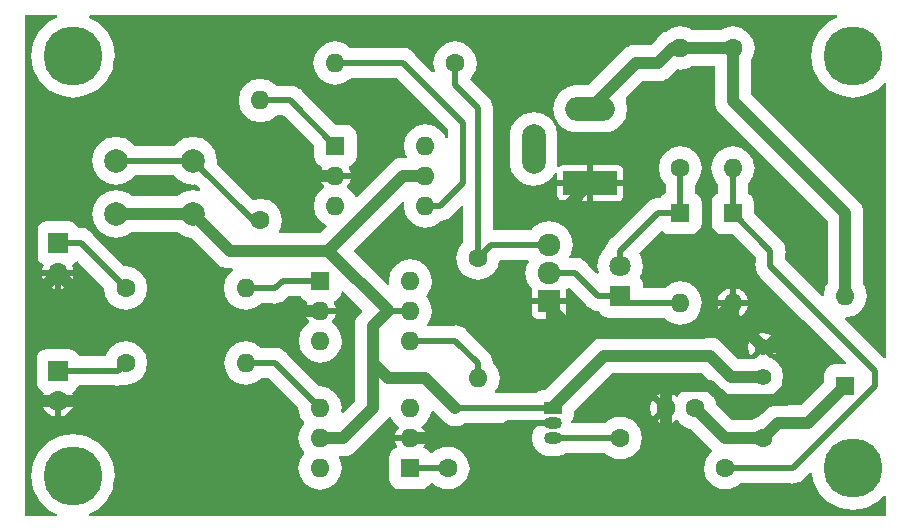
<source format=gbr>
%TF.GenerationSoftware,KiCad,Pcbnew,7.0.7*%
%TF.CreationDate,2023-10-23T16:53:46+02:00*%
%TF.ProjectId,SAE_four_manip_thyristor_triac,5341455f-666f-4757-925f-6d616e69705f,rev?*%
%TF.SameCoordinates,Original*%
%TF.FileFunction,Copper,L2,Bot*%
%TF.FilePolarity,Positive*%
%FSLAX46Y46*%
G04 Gerber Fmt 4.6, Leading zero omitted, Abs format (unit mm)*
G04 Created by KiCad (PCBNEW 7.0.7) date 2023-10-23 16:53:46*
%MOMM*%
%LPD*%
G01*
G04 APERTURE LIST*
%TA.AperFunction,ComponentPad*%
%ADD10C,1.400000*%
%TD*%
%TA.AperFunction,ComponentPad*%
%ADD11C,1.600000*%
%TD*%
%TA.AperFunction,ComponentPad*%
%ADD12O,1.600000X1.600000*%
%TD*%
%TA.AperFunction,ComponentPad*%
%ADD13R,4.600000X2.000000*%
%TD*%
%TA.AperFunction,ComponentPad*%
%ADD14O,4.200000X2.000000*%
%TD*%
%TA.AperFunction,ComponentPad*%
%ADD15O,2.000000X4.200000*%
%TD*%
%TA.AperFunction,ComponentPad*%
%ADD16R,1.920000X1.920000*%
%TD*%
%TA.AperFunction,ComponentPad*%
%ADD17C,1.920000*%
%TD*%
%TA.AperFunction,ComponentPad*%
%ADD18R,1.600000X1.600000*%
%TD*%
%TA.AperFunction,ComponentPad*%
%ADD19R,1.700000X1.700000*%
%TD*%
%TA.AperFunction,ComponentPad*%
%ADD20O,1.700000X1.700000*%
%TD*%
%TA.AperFunction,ComponentPad*%
%ADD21R,1.500000X1.050000*%
%TD*%
%TA.AperFunction,ComponentPad*%
%ADD22O,1.500000X1.050000*%
%TD*%
%TA.AperFunction,ComponentPad*%
%ADD23C,2.000000*%
%TD*%
%TA.AperFunction,ComponentPad*%
%ADD24R,1.800000X1.800000*%
%TD*%
%TA.AperFunction,ComponentPad*%
%ADD25C,1.800000*%
%TD*%
%TA.AperFunction,ViaPad*%
%ADD26C,5.000000*%
%TD*%
%TA.AperFunction,ViaPad*%
%ADD27C,1.600000*%
%TD*%
%TA.AperFunction,Conductor*%
%ADD28C,0.500000*%
%TD*%
%TA.AperFunction,Conductor*%
%ADD29C,1.000000*%
%TD*%
G04 APERTURE END LIST*
D10*
%TO.P,C2,1*%
%TO.N,+5V*%
X103505000Y-85605000D03*
%TO.P,C2,2*%
%TO.N,GND*%
X103505000Y-83105000D03*
%TD*%
D11*
%TO.P,C1,1*%
%TO.N,Net-(D3-K)*%
X97790000Y-88265000D03*
%TO.P,C1,2*%
%TO.N,GND*%
X95290000Y-88265000D03*
%TD*%
%TO.P,R7,1*%
%TO.N,Net-(D5-Pad3)*%
X79375000Y-75580000D03*
D12*
%TO.P,R7,2*%
%TO.N,Net-(R7-Pad2)*%
X79375000Y-85740000D03*
%TD*%
D11*
%TO.P,R6,1*%
%TO.N,Net-(J3-Pin_1)*%
X49545000Y-78105000D03*
D12*
%TO.P,R6,2*%
%TO.N,Net-(R6-Pad2)*%
X59705000Y-78105000D03*
%TD*%
D11*
%TO.P,R5,1*%
%TO.N,Net-(J2-Pin_1)*%
X49560000Y-84455000D03*
D12*
%TO.P,R5,2*%
%TO.N,Net-(R5-Pad2)*%
X59720000Y-84455000D03*
%TD*%
D11*
%TO.P,R4,1*%
%TO.N,VIN*%
X100965000Y-57785000D03*
D12*
%TO.P,R4,2*%
%TO.N,Net-(D4-K)*%
X100965000Y-67945000D03*
%TD*%
D11*
%TO.P,R3,1*%
%TO.N,Net-(D1-A)*%
X96520000Y-67945000D03*
D12*
%TO.P,R3,2*%
%TO.N,VIN*%
X96520000Y-57785000D03*
%TD*%
D11*
%TO.P,R2,1*%
%TO.N,Net-(D5-Pad3)*%
X77455000Y-59055000D03*
D12*
%TO.P,R2,2*%
%TO.N,Net-(R2-Pad2)*%
X67295000Y-59055000D03*
%TD*%
D11*
%TO.P,R1,1*%
%TO.N,Net-(R1-Pad1)*%
X60960000Y-72375000D03*
D12*
%TO.P,R1,2*%
%TO.N,Net-(R1-Pad2)*%
X60960000Y-62215000D03*
%TD*%
D13*
%TO.P,J5,1*%
%TO.N,GND*%
X88900000Y-69215000D03*
D14*
%TO.P,J5,2*%
%TO.N,VIN*%
X88900000Y-62915000D03*
D15*
%TO.P,J5,3*%
%TO.N,N/C*%
X84100000Y-66315000D03*
%TD*%
D16*
%TO.P,D5,1*%
%TO.N,GND*%
X85405000Y-79225000D03*
D17*
%TO.P,D5,2*%
%TO.N,Net-(D1-K)*%
X85405000Y-76835000D03*
%TO.P,D5,3*%
%TO.N,Net-(D5-Pad3)*%
X85405000Y-74445000D03*
%TD*%
D18*
%TO.P,U6,1*%
%TO.N,Net-(R6-Pad2)*%
X66050000Y-77485000D03*
D12*
%TO.P,U6,2*%
%TO.N,GND*%
X66050000Y-80025000D03*
%TO.P,U6,3,NC*%
%TO.N,unconnected-(U6-NC-Pad3)*%
X66050000Y-82565000D03*
%TO.P,U6,4*%
%TO.N,Net-(R7-Pad2)*%
X73670000Y-82565000D03*
%TO.P,U6,5*%
%TO.N,+5V*%
X73670000Y-80025000D03*
%TO.P,U6,6*%
%TO.N,unconnected-(U6-Pad6)*%
X73670000Y-77485000D03*
%TD*%
D19*
%TO.P,J2,1,Pin_1*%
%TO.N,Net-(J2-Pin_1)*%
X43815000Y-85090000D03*
D20*
%TO.P,J2,2,Pin_2*%
%TO.N,GND*%
X43815000Y-87630000D03*
%TD*%
D21*
%TO.P,U4,1,VO*%
%TO.N,+5V*%
X85725000Y-88265000D03*
D22*
%TO.P,U4,2,GND*%
%TO.N,GND*%
X85725000Y-89535000D03*
%TO.P,U4,3,VI*%
%TO.N,Net-(D3-K)*%
X85725000Y-90805000D03*
%TD*%
D18*
%TO.P,D4,1,K*%
%TO.N,Net-(D4-K)*%
X100965000Y-71755000D03*
D12*
%TO.P,D4,2,A*%
%TO.N,GND*%
X100965000Y-79375000D03*
%TD*%
D18*
%TO.P,D3,1,K*%
%TO.N,Net-(D3-K)*%
X110490000Y-86360000D03*
D12*
%TO.P,D3,2,A*%
%TO.N,VIN*%
X110490000Y-78740000D03*
%TD*%
D19*
%TO.P,J3,1,Pin_1*%
%TO.N,Net-(J3-Pin_1)*%
X43815000Y-74295000D03*
D20*
%TO.P,J3,2,Pin_2*%
%TO.N,GND*%
X43815000Y-76835000D03*
%TD*%
D18*
%TO.P,U5,1*%
%TO.N,Net-(D4-K)*%
X73645000Y-93345000D03*
D12*
%TO.P,U5,2*%
%TO.N,GND*%
X73645000Y-90805000D03*
%TO.P,U5,3,NC*%
%TO.N,unconnected-(U5-NC-Pad3)*%
X73645000Y-88265000D03*
%TO.P,U5,4*%
%TO.N,Net-(R5-Pad2)*%
X66025000Y-88265000D03*
%TO.P,U5,5*%
%TO.N,+5V*%
X66025000Y-90805000D03*
%TO.P,U5,6*%
%TO.N,unconnected-(U5-Pad6)*%
X66025000Y-93345000D03*
%TD*%
D18*
%TO.P,U1,1*%
%TO.N,Net-(R1-Pad2)*%
X67320000Y-66055000D03*
D12*
%TO.P,U1,2*%
%TO.N,GND*%
X67320000Y-68595000D03*
%TO.P,U1,3,NC*%
%TO.N,unconnected-(U1-NC-Pad3)*%
X67320000Y-71135000D03*
%TO.P,U1,4*%
%TO.N,Net-(R2-Pad2)*%
X74940000Y-71135000D03*
%TO.P,U1,5*%
%TO.N,+5V*%
X74940000Y-68595000D03*
%TO.P,U1,6*%
%TO.N,unconnected-(U1-Pad6)*%
X74940000Y-66055000D03*
%TD*%
%TO.P,D2,2,A*%
%TO.N,Net-(D1-K)*%
X96520000Y-79375000D03*
D18*
%TO.P,D2,1,K*%
%TO.N,Net-(D1-A)*%
X96520000Y-71755000D03*
%TD*%
D23*
%TO.P,SW1,1,1*%
%TO.N,+5V*%
X48745000Y-71810000D03*
X55245000Y-71810000D03*
%TO.P,SW1,2,2*%
%TO.N,Net-(R1-Pad1)*%
X48745000Y-67310000D03*
X55245000Y-67310000D03*
%TD*%
D24*
%TO.P,D1,1,K*%
%TO.N,Net-(D1-K)*%
X91440000Y-78740000D03*
D25*
%TO.P,D1,2,A*%
%TO.N,Net-(D1-A)*%
X91440000Y-76200000D03*
%TD*%
D26*
%TO.N,*%
X111125000Y-58420000D03*
X111125000Y-93345000D03*
X45085000Y-93980000D03*
X45085000Y-58420000D03*
D27*
%TO.N,Net-(D3-K)*%
X103505000Y-90805000D03*
X91440000Y-90805000D03*
%TO.N,Net-(D4-K)*%
X100330000Y-93345000D03*
X76835000Y-93345000D03*
%TD*%
D28*
%TO.N,Net-(D4-K)*%
X113030000Y-86360000D02*
X106045000Y-93345000D01*
X106045000Y-93345000D02*
X100330000Y-93345000D01*
X104140000Y-76200000D02*
X113030000Y-85090000D01*
X113030000Y-85090000D02*
X113030000Y-86360000D01*
X100965000Y-71755000D02*
X104140000Y-74930000D01*
X104140000Y-74930000D02*
X104140000Y-76200000D01*
D29*
%TO.N,GND*%
X95290000Y-92670000D02*
X95290000Y-88265000D01*
X91440000Y-96520000D02*
X95290000Y-92670000D01*
X46355000Y-87630000D02*
X55245000Y-96520000D01*
X43815000Y-87630000D02*
X46355000Y-87630000D01*
X55245000Y-96520000D02*
X91440000Y-96520000D01*
%TO.N,VIN*%
X100965000Y-62230000D02*
X100965000Y-57785000D01*
X110490000Y-71755000D02*
X100965000Y-62230000D01*
X110490000Y-78740000D02*
X110490000Y-71755000D01*
%TO.N,Net-(D3-K)*%
X100330000Y-90805000D02*
X97790000Y-88265000D01*
X103505000Y-90805000D02*
X100330000Y-90805000D01*
X107315000Y-89535000D02*
X110490000Y-86360000D01*
X103505000Y-90805000D02*
X104775000Y-89535000D01*
X104775000Y-89535000D02*
X107315000Y-89535000D01*
D28*
X85725000Y-90805000D02*
X91440000Y-90805000D01*
%TO.N,Net-(D4-K)*%
X73645000Y-93345000D02*
X76835000Y-93345000D01*
D29*
%TO.N,GND*%
X80010000Y-90805000D02*
X73645000Y-90805000D01*
X81280000Y-92075000D02*
X80010000Y-90805000D01*
X79375000Y-96520000D02*
X81280000Y-94615000D01*
X81280000Y-94615000D02*
X81280000Y-92075000D01*
D28*
%TO.N,Net-(R7-Pad2)*%
X77455000Y-82565000D02*
X73670000Y-82565000D01*
X79375000Y-84455000D02*
X77470000Y-82550000D01*
X77470000Y-82550000D02*
X77455000Y-82565000D01*
X79375000Y-85740000D02*
X79375000Y-84455000D01*
D29*
%TO.N,GND*%
X98425000Y-81915000D02*
X100965000Y-79375000D01*
X87630000Y-81915000D02*
X98425000Y-81915000D01*
X85405000Y-79690000D02*
X87630000Y-81915000D01*
X85405000Y-79225000D02*
X85405000Y-79690000D01*
X95290000Y-86955000D02*
X95290000Y-88265000D01*
X95885000Y-86360000D02*
X95290000Y-86955000D01*
X99060000Y-86360000D02*
X95885000Y-86360000D01*
X100300000Y-87600000D02*
X99060000Y-86360000D01*
X105440000Y-87600000D02*
X100300000Y-87600000D01*
X106680000Y-86360000D02*
X105440000Y-87600000D01*
X106680000Y-84455000D02*
X106680000Y-86360000D01*
X105330000Y-83105000D02*
X106680000Y-84455000D01*
X103505000Y-83105000D02*
X105330000Y-83105000D01*
X100965000Y-80565000D02*
X103505000Y-83105000D01*
X100965000Y-79375000D02*
X100965000Y-80565000D01*
%TO.N,+5V*%
X90065000Y-83820000D02*
X85725000Y-88160000D01*
X99060000Y-83820000D02*
X90065000Y-83820000D01*
X103505000Y-85605000D02*
X100845000Y-85605000D01*
X100845000Y-85605000D02*
X99060000Y-83820000D01*
D28*
%TO.N,Net-(D1-K)*%
X89535000Y-78740000D02*
X91440000Y-78740000D01*
X87630000Y-76835000D02*
X89535000Y-78740000D01*
X85405000Y-76835000D02*
X87630000Y-76835000D01*
X96520000Y-79375000D02*
X92075000Y-79375000D01*
X92075000Y-79375000D02*
X91440000Y-78740000D01*
%TO.N,Net-(D1-A)*%
X91440000Y-74930000D02*
X91440000Y-76200000D01*
X94615000Y-71755000D02*
X91440000Y-74930000D01*
X96520000Y-71755000D02*
X94615000Y-71755000D01*
X96520000Y-67945000D02*
X96520000Y-71755000D01*
%TO.N,Net-(D4-K)*%
X100965000Y-67945000D02*
X100965000Y-71755000D01*
D29*
%TO.N,GND*%
X57150000Y-59690000D02*
X57150000Y-63500000D01*
X60960000Y-55880000D02*
X57150000Y-59690000D01*
X78740000Y-55880000D02*
X60960000Y-55880000D01*
X81280000Y-58420000D02*
X78740000Y-55880000D01*
X81280000Y-69215000D02*
X81280000Y-58420000D01*
X83185000Y-71120000D02*
X81280000Y-69215000D01*
X86995000Y-71120000D02*
X83185000Y-71120000D01*
X57150000Y-63500000D02*
X42545000Y-63500000D01*
X88900000Y-69215000D02*
X86995000Y-71120000D01*
X58420000Y-63500000D02*
X57150000Y-63500000D01*
%TO.N,VIN*%
X94615000Y-59040000D02*
X95870000Y-57785000D01*
X95870000Y-57785000D02*
X100965000Y-57785000D01*
X92725000Y-59040000D02*
X94615000Y-59040000D01*
X88850000Y-62915000D02*
X92725000Y-59040000D01*
D28*
%TO.N,Net-(D5-Pad3)*%
X80510000Y-74445000D02*
X79375000Y-75580000D01*
X85405000Y-74445000D02*
X80510000Y-74445000D01*
X79375000Y-62865000D02*
X79375000Y-75580000D01*
X77455000Y-60945000D02*
X79375000Y-62865000D01*
X77455000Y-59055000D02*
X77455000Y-60945000D01*
D29*
%TO.N,+5V*%
X73030000Y-68595000D02*
X66695000Y-74930000D01*
X74940000Y-68595000D02*
X73030000Y-68595000D01*
D28*
%TO.N,Net-(R2-Pad2)*%
X78105000Y-64135000D02*
X73025000Y-59055000D01*
X78105000Y-69215000D02*
X78105000Y-64135000D01*
X76185000Y-71135000D02*
X78105000Y-69215000D01*
X73025000Y-59055000D02*
X67295000Y-59055000D01*
X74940000Y-71135000D02*
X76185000Y-71135000D01*
D29*
%TO.N,GND*%
X41592500Y-64452500D02*
X41592500Y-79057500D01*
X42545000Y-63500000D02*
X41592500Y-64452500D01*
X41592500Y-79057500D02*
X43815000Y-76835000D01*
X41505000Y-79145000D02*
X41592500Y-79057500D01*
X63515000Y-68595000D02*
X58420000Y-63500000D01*
X67320000Y-68595000D02*
X63515000Y-68595000D01*
D28*
%TO.N,Net-(R1-Pad2)*%
X63480000Y-62215000D02*
X67320000Y-66055000D01*
X60960000Y-62215000D02*
X63480000Y-62215000D01*
%TO.N,Net-(R1-Pad1)*%
X60310000Y-72375000D02*
X60960000Y-72375000D01*
X55245000Y-67310000D02*
X60310000Y-72375000D01*
X48745000Y-67310000D02*
X55245000Y-67310000D01*
%TO.N,+5V*%
X73670000Y-80025000D02*
X71740000Y-80025000D01*
D29*
X66695000Y-74930000D02*
X71740000Y-79975000D01*
X58365000Y-74930000D02*
X66695000Y-74930000D01*
X55245000Y-71810000D02*
X58365000Y-74930000D01*
X71740000Y-79975000D02*
X71740000Y-80025000D01*
X48745000Y-71810000D02*
X55245000Y-71810000D01*
X70485000Y-88265000D02*
X70485000Y-84455000D01*
X67945000Y-90805000D02*
X70485000Y-88265000D01*
X66025000Y-90805000D02*
X67945000Y-90805000D01*
X70485000Y-81280000D02*
X71740000Y-80025000D01*
X70485000Y-84455000D02*
X70485000Y-81280000D01*
X74930000Y-85725000D02*
X71755000Y-85725000D01*
X77470000Y-88265000D02*
X74930000Y-85725000D01*
D28*
X85725000Y-88265000D02*
X77470000Y-88265000D01*
D29*
X71755000Y-85725000D02*
X70485000Y-84455000D01*
D28*
%TO.N,GND*%
X80645000Y-90805000D02*
X73645000Y-90805000D01*
X81915000Y-89535000D02*
X80645000Y-90805000D01*
X85725000Y-89535000D02*
X81915000Y-89535000D01*
%TO.N,Net-(R5-Pad2)*%
X62215000Y-84455000D02*
X66025000Y-88265000D01*
X59720000Y-84455000D02*
X62215000Y-84455000D01*
%TO.N,Net-(J2-Pin_1)*%
X43815000Y-85090000D02*
X48925000Y-85090000D01*
X48925000Y-85090000D02*
X49560000Y-84455000D01*
D29*
%TO.N,GND*%
X42140000Y-87630000D02*
X41505000Y-86995000D01*
X41505000Y-86995000D02*
X41505000Y-79145000D01*
X43815000Y-87630000D02*
X42140000Y-87630000D01*
X62230000Y-80645000D02*
X47625000Y-80645000D01*
X47625000Y-80645000D02*
X43815000Y-76835000D01*
X62850000Y-80025000D02*
X62230000Y-80645000D01*
X66050000Y-80025000D02*
X62850000Y-80025000D01*
D28*
%TO.N,Net-(R6-Pad2)*%
X62880000Y-77485000D02*
X66050000Y-77485000D01*
X62865000Y-77470000D02*
X62880000Y-77485000D01*
X62230000Y-78105000D02*
X62865000Y-77470000D01*
X59705000Y-78105000D02*
X62230000Y-78105000D01*
%TO.N,Net-(J3-Pin_1)*%
X45735000Y-74295000D02*
X49545000Y-78105000D01*
X43815000Y-74295000D02*
X45735000Y-74295000D01*
%TD*%
%TA.AperFunction,Conductor*%
%TO.N,GND*%
G36*
X43705882Y-55011819D02*
G01*
X43742201Y-55099500D01*
X43705882Y-55187181D01*
X43674498Y-55209983D01*
X43022839Y-55542020D01*
X43001808Y-55552736D01*
X43001804Y-55552739D01*
X42217739Y-56336804D01*
X42217736Y-56336808D01*
X41714326Y-57324806D01*
X41540866Y-58419997D01*
X41540866Y-58420002D01*
X41714326Y-59515193D01*
X41714327Y-59515196D01*
X41714328Y-59515198D01*
X42217735Y-60503190D01*
X42217736Y-60503191D01*
X42217739Y-60503195D01*
X43001804Y-61287260D01*
X43001808Y-61287263D01*
X43001810Y-61287265D01*
X43989802Y-61790672D01*
X43989804Y-61790672D01*
X43989806Y-61790673D01*
X45084998Y-61964134D01*
X45085000Y-61964134D01*
X45085002Y-61964134D01*
X46180193Y-61790673D01*
X46180193Y-61790672D01*
X46180198Y-61790672D01*
X47168190Y-61287265D01*
X47952265Y-60503190D01*
X48455672Y-59515198D01*
X48528561Y-59054997D01*
X48629134Y-58420002D01*
X48629134Y-58419997D01*
X48455673Y-57324806D01*
X48455672Y-57324804D01*
X48455672Y-57324802D01*
X47952265Y-56336810D01*
X47952263Y-56336808D01*
X47952260Y-56336804D01*
X47168195Y-55552739D01*
X47168191Y-55552736D01*
X47168190Y-55552735D01*
X46495503Y-55209983D01*
X46433868Y-55137818D01*
X46441314Y-55043205D01*
X46513481Y-54981569D01*
X46551799Y-54975500D01*
X109658201Y-54975500D01*
X109745882Y-55011819D01*
X109782201Y-55099500D01*
X109745882Y-55187181D01*
X109714498Y-55209983D01*
X109062839Y-55542020D01*
X109041808Y-55552736D01*
X109041804Y-55552739D01*
X108257739Y-56336804D01*
X108257736Y-56336808D01*
X107754326Y-57324806D01*
X107580866Y-58419997D01*
X107580866Y-58420002D01*
X107754326Y-59515193D01*
X107754327Y-59515196D01*
X107754328Y-59515198D01*
X108257735Y-60503190D01*
X108257736Y-60503191D01*
X108257739Y-60503195D01*
X109041804Y-61287260D01*
X109041808Y-61287263D01*
X109041810Y-61287265D01*
X110029802Y-61790672D01*
X110029804Y-61790672D01*
X110029806Y-61790673D01*
X111124998Y-61964134D01*
X111125000Y-61964134D01*
X111125002Y-61964134D01*
X112220193Y-61790673D01*
X112220193Y-61790672D01*
X112220198Y-61790672D01*
X113208190Y-61287265D01*
X113722819Y-60772634D01*
X113810500Y-60736316D01*
X113898181Y-60772635D01*
X113934500Y-60860316D01*
X113934500Y-83926664D01*
X113898181Y-84014345D01*
X113810500Y-84050664D01*
X113722819Y-84014345D01*
X110482424Y-80773950D01*
X110446105Y-80686269D01*
X110482424Y-80598588D01*
X110545914Y-80564652D01*
X111192517Y-80436035D01*
X111192517Y-80436034D01*
X111192520Y-80436034D01*
X111788088Y-80038088D01*
X112186034Y-79442520D01*
X112193625Y-79404362D01*
X112325774Y-78740002D01*
X112325774Y-78739997D01*
X112186035Y-78037482D01*
X112186033Y-78037478D01*
X112011398Y-77776117D01*
X111990500Y-77707227D01*
X111990500Y-71352941D01*
X111896407Y-71189968D01*
X111884019Y-71160061D01*
X111835312Y-70978283D01*
X111835311Y-70978282D01*
X111259651Y-70402623D01*
X111259644Y-70402617D01*
X102501819Y-61644792D01*
X102465500Y-61557111D01*
X102465500Y-58817771D01*
X102486397Y-58748881D01*
X102661034Y-58487520D01*
X102800774Y-57785000D01*
X102716031Y-57358966D01*
X102661035Y-57082482D01*
X102661034Y-57082481D01*
X102661034Y-57082480D01*
X102263088Y-56486912D01*
X101667520Y-56088966D01*
X101667519Y-56088965D01*
X101667518Y-56088965D01*
X101667517Y-56088964D01*
X100965002Y-55949226D01*
X100964998Y-55949226D01*
X100262482Y-56088964D01*
X100262481Y-56088965D01*
X100001119Y-56263602D01*
X99932228Y-56284500D01*
X97552772Y-56284500D01*
X97483881Y-56263602D01*
X97244544Y-56103682D01*
X97222520Y-56088966D01*
X97222519Y-56088965D01*
X97222518Y-56088965D01*
X97222517Y-56088964D01*
X96520002Y-55949226D01*
X96519998Y-55949226D01*
X95817482Y-56088964D01*
X95817481Y-56088965D01*
X95556119Y-56263602D01*
X95487228Y-56284500D01*
X95467941Y-56284500D01*
X95304969Y-56378591D01*
X95275064Y-56390978D01*
X95093283Y-56439688D01*
X95093282Y-56439688D01*
X94524688Y-57008284D01*
X94524687Y-57008285D01*
X94029792Y-57503181D01*
X93942111Y-57539500D01*
X93141500Y-57539500D01*
X93141492Y-57539499D01*
X93127058Y-57539499D01*
X92322942Y-57539499D01*
X92322941Y-57539499D01*
X92159966Y-57633592D01*
X92130060Y-57645980D01*
X91948282Y-57694688D01*
X91441448Y-58201524D01*
X91379688Y-58263284D01*
X91379687Y-58263285D01*
X90069619Y-59573354D01*
X88764792Y-60878181D01*
X88677111Y-60914500D01*
X87602963Y-60914500D01*
X87019446Y-61030568D01*
X87019445Y-61030569D01*
X86357720Y-61472720D01*
X85915569Y-62134445D01*
X85915568Y-62134446D01*
X85760308Y-62914997D01*
X85760308Y-62915002D01*
X85915568Y-63695553D01*
X85915569Y-63695554D01*
X85915569Y-63695555D01*
X85915570Y-63695556D01*
X86357720Y-64357280D01*
X87019444Y-64799430D01*
X87019445Y-64799430D01*
X87019446Y-64799431D01*
X87602963Y-64915499D01*
X87602966Y-64915500D01*
X87602968Y-64915500D01*
X90197034Y-64915500D01*
X90197035Y-64915499D01*
X90452783Y-64864628D01*
X90780553Y-64799431D01*
X90780553Y-64799430D01*
X90780556Y-64799430D01*
X91442280Y-64357280D01*
X91884430Y-63695556D01*
X91920726Y-63513087D01*
X92039692Y-62915002D01*
X92039692Y-62914997D01*
X91884431Y-62134446D01*
X91879757Y-62123163D01*
X91884416Y-62121232D01*
X91869643Y-62046927D01*
X91903575Y-61983450D01*
X93310207Y-60576819D01*
X93397889Y-60540500D01*
X95017057Y-60540500D01*
X95017058Y-60540500D01*
X95180040Y-60446401D01*
X95209931Y-60434020D01*
X95391716Y-60385312D01*
X95960312Y-59816716D01*
X95960312Y-59816715D01*
X95977750Y-59799277D01*
X95977752Y-59799274D01*
X96169736Y-59607289D01*
X96257416Y-59570971D01*
X96281602Y-59573353D01*
X96452212Y-59607290D01*
X96519999Y-59620774D01*
X96520000Y-59620774D01*
X96520002Y-59620774D01*
X97222517Y-59481035D01*
X97222517Y-59481034D01*
X97222520Y-59481034D01*
X97483880Y-59306398D01*
X97552772Y-59285500D01*
X99340500Y-59285500D01*
X99428181Y-59321819D01*
X99464500Y-59409500D01*
X99464500Y-62632058D01*
X99558591Y-62795031D01*
X99570978Y-62824936D01*
X99619687Y-63006715D01*
X99619689Y-63006718D01*
X100205724Y-63592752D01*
X100205726Y-63592753D01*
X108953181Y-72340208D01*
X108989500Y-72427889D01*
X108989500Y-77707227D01*
X108968602Y-77776117D01*
X108793966Y-78037478D01*
X108793964Y-78037482D01*
X108665347Y-78684085D01*
X108612621Y-78762996D01*
X108519539Y-78781511D01*
X108456049Y-78747575D01*
X107044967Y-77336493D01*
X105426819Y-75718344D01*
X105390500Y-75630663D01*
X105390500Y-75177987D01*
X105398318Y-75134653D01*
X105403724Y-75120160D01*
X105439972Y-75022976D01*
X105408321Y-74877481D01*
X105393334Y-74808584D01*
X105390500Y-74782226D01*
X105390500Y-74750203D01*
X105361948Y-74652968D01*
X105353046Y-74622651D01*
X105351958Y-74618386D01*
X105283872Y-74305398D01*
X105283871Y-74305396D01*
X105272305Y-74293830D01*
X105241008Y-74241082D01*
X105236400Y-74225387D01*
X105236399Y-74225386D01*
X104994320Y-74015623D01*
X104991094Y-74012620D01*
X102801819Y-71823345D01*
X102765500Y-71735664D01*
X102765500Y-70856457D01*
X102765499Y-70856455D01*
X102707451Y-70564628D01*
X102707450Y-70564627D01*
X102707450Y-70564624D01*
X102486320Y-70233680D01*
X102486317Y-70233677D01*
X102270609Y-70089545D01*
X102217883Y-70010634D01*
X102215500Y-69986443D01*
X102215500Y-69341164D01*
X102251819Y-69253483D01*
X102256686Y-69249488D01*
X102263084Y-69243090D01*
X102263088Y-69243088D01*
X102661034Y-68647520D01*
X102667382Y-68615609D01*
X102750935Y-68195556D01*
X102800774Y-67945000D01*
X102691152Y-67393891D01*
X102661035Y-67242482D01*
X102661034Y-67242481D01*
X102661034Y-67242480D01*
X102263088Y-66646912D01*
X101667520Y-66248966D01*
X101667519Y-66248965D01*
X101667518Y-66248965D01*
X101667517Y-66248964D01*
X100965002Y-66109226D01*
X100964998Y-66109226D01*
X100262482Y-66248964D01*
X100262481Y-66248965D01*
X99666912Y-66646912D01*
X99268965Y-67242481D01*
X99268964Y-67242482D01*
X99129226Y-67944997D01*
X99129226Y-67945002D01*
X99268964Y-68647517D01*
X99268965Y-68647518D01*
X99268965Y-68647519D01*
X99268966Y-68647520D01*
X99349771Y-68768453D01*
X99666909Y-69243085D01*
X99675546Y-69251721D01*
X99671331Y-69255936D01*
X99712115Y-69316963D01*
X99714500Y-69341164D01*
X99714500Y-69986443D01*
X99678181Y-70074124D01*
X99659391Y-70089545D01*
X99443682Y-70233677D01*
X99443679Y-70233680D01*
X99222550Y-70564624D01*
X99222548Y-70564628D01*
X99164500Y-70856455D01*
X99164500Y-72653544D01*
X99222548Y-72945371D01*
X99222549Y-72945374D01*
X99222550Y-72945376D01*
X99443680Y-73276320D01*
X99774624Y-73497450D01*
X99774627Y-73497450D01*
X99774628Y-73497451D01*
X100066455Y-73555499D01*
X100066458Y-73555500D01*
X100066460Y-73555500D01*
X100945664Y-73555500D01*
X101033345Y-73591819D01*
X102853181Y-75411655D01*
X102889500Y-75499336D01*
X102889500Y-75952012D01*
X102881682Y-75995345D01*
X102840028Y-76107024D01*
X102840027Y-76107025D01*
X102886666Y-76321414D01*
X102889500Y-76347772D01*
X102889500Y-76379798D01*
X102926949Y-76507337D01*
X102928044Y-76511627D01*
X102996128Y-76824602D01*
X102996130Y-76824605D01*
X103007694Y-76836169D01*
X103038989Y-76888912D01*
X103043599Y-76904612D01*
X103043600Y-76904613D01*
X103285678Y-77114375D01*
X103288903Y-77117377D01*
X106945476Y-80773950D01*
X110519345Y-84347819D01*
X110555664Y-84435500D01*
X110519345Y-84523181D01*
X110431664Y-84559500D01*
X109591457Y-84559500D01*
X109299628Y-84617548D01*
X109299624Y-84617550D01*
X108968680Y-84838680D01*
X108747550Y-85169624D01*
X108747548Y-85169628D01*
X108689500Y-85461455D01*
X108689500Y-85987110D01*
X108653181Y-86074791D01*
X106729792Y-87998181D01*
X106642111Y-88034500D01*
X104372941Y-88034500D01*
X104209969Y-88128591D01*
X104180064Y-88140978D01*
X103998283Y-88189688D01*
X103998282Y-88189688D01*
X103429688Y-88758284D01*
X103429687Y-88758285D01*
X103219792Y-88968181D01*
X103132111Y-89004500D01*
X103094048Y-89004500D01*
X102546509Y-89268181D01*
X102496591Y-89292220D01*
X102442789Y-89304500D01*
X101002890Y-89304500D01*
X100915209Y-89268181D01*
X99581293Y-87934266D01*
X99547357Y-87870777D01*
X99509368Y-87679790D01*
X99486035Y-87562482D01*
X99486034Y-87562481D01*
X99486034Y-87562480D01*
X99088088Y-86966912D01*
X98492520Y-86568966D01*
X98492519Y-86568965D01*
X98492518Y-86568965D01*
X98492517Y-86568964D01*
X97790002Y-86429226D01*
X97789998Y-86429226D01*
X97087482Y-86568964D01*
X97087481Y-86568965D01*
X96491912Y-86966912D01*
X96312424Y-87235532D01*
X96233513Y-87288259D01*
X96140431Y-87269743D01*
X95797233Y-87040425D01*
X95797232Y-87040424D01*
X95290002Y-86939531D01*
X95289998Y-86939531D01*
X94782767Y-87040424D01*
X94782766Y-87040425D01*
X94564691Y-87186138D01*
X95102628Y-87724075D01*
X95138947Y-87811756D01*
X95102628Y-87899437D01*
X95062401Y-87926317D01*
X94983852Y-87958853D01*
X94951317Y-88037400D01*
X94884208Y-88104508D01*
X94789303Y-88104508D01*
X94749075Y-88077628D01*
X94211138Y-87539691D01*
X94065425Y-87757766D01*
X94065424Y-87757767D01*
X93964531Y-88264997D01*
X93964531Y-88265002D01*
X94065424Y-88772232D01*
X94065425Y-88772233D01*
X94211138Y-88990307D01*
X94749075Y-88452370D01*
X94836756Y-88416051D01*
X94924437Y-88452370D01*
X94951317Y-88492598D01*
X94983853Y-88571147D01*
X95062400Y-88603682D01*
X95129508Y-88670790D01*
X95129508Y-88765696D01*
X95102628Y-88805924D01*
X94564690Y-89343861D01*
X94782766Y-89489574D01*
X94782767Y-89489575D01*
X95289998Y-89590469D01*
X95290002Y-89590469D01*
X95797232Y-89489575D01*
X95797233Y-89489574D01*
X96140432Y-89260256D01*
X96233514Y-89241741D01*
X96312425Y-89294467D01*
X96491912Y-89563088D01*
X97087480Y-89961034D01*
X97087481Y-89961034D01*
X97087482Y-89961035D01*
X97246589Y-89992682D01*
X97395777Y-90022357D01*
X97459266Y-90056293D01*
X98984687Y-91581715D01*
X99155880Y-91752908D01*
X99192199Y-91840589D01*
X99165146Y-91917902D01*
X98666088Y-92543701D01*
X98666087Y-92543704D01*
X98483197Y-93345000D01*
X98643542Y-94047520D01*
X98666088Y-94146298D01*
X99178537Y-94788889D01*
X99919048Y-95145500D01*
X100740951Y-95145500D01*
X100740952Y-95145500D01*
X101481463Y-94788889D01*
X101598454Y-94642186D01*
X101681518Y-94596280D01*
X101695401Y-94595500D01*
X105797012Y-94595500D01*
X105840344Y-94603317D01*
X105952024Y-94644972D01*
X105952024Y-94644971D01*
X105952025Y-94644972D01*
X106166414Y-94598334D01*
X106192772Y-94595500D01*
X106224796Y-94595500D01*
X106352360Y-94558042D01*
X106356605Y-94556959D01*
X106669602Y-94488872D01*
X106681166Y-94477307D01*
X106733917Y-94446008D01*
X106749613Y-94441400D01*
X106959383Y-94199310D01*
X106962364Y-94196108D01*
X107440587Y-93717885D01*
X107528267Y-93681567D01*
X107615948Y-93717886D01*
X107650740Y-93786169D01*
X107754326Y-94440193D01*
X107754327Y-94440196D01*
X107754328Y-94440198D01*
X108257735Y-95428190D01*
X108257736Y-95428191D01*
X108257739Y-95428195D01*
X109041804Y-96212260D01*
X109041808Y-96212263D01*
X109041810Y-96212265D01*
X110029802Y-96715672D01*
X110029804Y-96715672D01*
X110029806Y-96715673D01*
X111124998Y-96889134D01*
X111125000Y-96889134D01*
X111125002Y-96889134D01*
X112220193Y-96715673D01*
X112220193Y-96715672D01*
X112220198Y-96715672D01*
X113208190Y-96212265D01*
X113722819Y-95697634D01*
X113810500Y-95661316D01*
X113898181Y-95697635D01*
X113934500Y-95785316D01*
X113934500Y-97300500D01*
X113898181Y-97388181D01*
X113810500Y-97424500D01*
X46551799Y-97424500D01*
X46464118Y-97388181D01*
X46427799Y-97300500D01*
X46464118Y-97212819D01*
X46495501Y-97190016D01*
X47168190Y-96847265D01*
X47952265Y-96063190D01*
X48455672Y-95075198D01*
X48523813Y-94644971D01*
X48629134Y-93980002D01*
X48629134Y-93979997D01*
X48455673Y-92884806D01*
X48455672Y-92884804D01*
X48455672Y-92884802D01*
X47952265Y-91896810D01*
X47952263Y-91896808D01*
X47952260Y-91896804D01*
X47168195Y-91112739D01*
X47168191Y-91112736D01*
X47168190Y-91112735D01*
X46180198Y-90609328D01*
X46180196Y-90609327D01*
X46180193Y-90609326D01*
X45085002Y-90435866D01*
X45084998Y-90435866D01*
X43989806Y-90609326D01*
X43001808Y-91112736D01*
X43001804Y-91112739D01*
X42217739Y-91896804D01*
X42217736Y-91896808D01*
X41714326Y-92884806D01*
X41540866Y-93979997D01*
X41540866Y-93980002D01*
X41714326Y-95075193D01*
X41714327Y-95075196D01*
X41714328Y-95075198D01*
X42217735Y-96063190D01*
X42217736Y-96063191D01*
X42217739Y-96063195D01*
X43001804Y-96847260D01*
X43001808Y-96847263D01*
X43001810Y-96847265D01*
X43674496Y-97190016D01*
X43736132Y-97262182D01*
X43728686Y-97356795D01*
X43656519Y-97418431D01*
X43618201Y-97424500D01*
X41129500Y-97424500D01*
X41041819Y-97388181D01*
X41005500Y-97300500D01*
X41005500Y-86038544D01*
X41964500Y-86038544D01*
X42022548Y-86330371D01*
X42022549Y-86330374D01*
X42022550Y-86330376D01*
X42243680Y-86661320D01*
X42551884Y-86867256D01*
X42604610Y-86946166D01*
X42586096Y-87039247D01*
X42543327Y-87103256D01*
X42488279Y-87379999D01*
X42488280Y-87380000D01*
X43191779Y-87380000D01*
X43279460Y-87416319D01*
X43315779Y-87504000D01*
X43306340Y-87551449D01*
X43273804Y-87630000D01*
X43306340Y-87708548D01*
X43306340Y-87803452D01*
X43239232Y-87870561D01*
X43191779Y-87880000D01*
X42488279Y-87880000D01*
X42543326Y-88156739D01*
X42543328Y-88156743D01*
X42841704Y-88603295D01*
X43288257Y-88901672D01*
X43288258Y-88901673D01*
X43564999Y-88956719D01*
X43565000Y-88956719D01*
X43565000Y-88251149D01*
X43601319Y-88163468D01*
X43689000Y-88127149D01*
X43713194Y-88129532D01*
X43715542Y-88129999D01*
X43715544Y-88130000D01*
X43715546Y-88130000D01*
X43914454Y-88130000D01*
X43914456Y-88130000D01*
X43914457Y-88129999D01*
X43916806Y-88129532D01*
X43919159Y-88130000D01*
X43926669Y-88130000D01*
X43926669Y-88131493D01*
X44009888Y-88148045D01*
X44062617Y-88226955D01*
X44065000Y-88251149D01*
X44065000Y-88956719D01*
X44341741Y-88901673D01*
X44341742Y-88901672D01*
X44788295Y-88603295D01*
X45086671Y-88156743D01*
X45086673Y-88156739D01*
X45141720Y-87880000D01*
X44438221Y-87880000D01*
X44350540Y-87843681D01*
X44314221Y-87756000D01*
X44323659Y-87708550D01*
X44356196Y-87630000D01*
X44323660Y-87551451D01*
X44323660Y-87456548D01*
X44390768Y-87389439D01*
X44438221Y-87380000D01*
X45141720Y-87380000D01*
X45141720Y-87379999D01*
X45086673Y-87103260D01*
X45086672Y-87103256D01*
X45043903Y-87039249D01*
X45025388Y-86946167D01*
X45078112Y-86867257D01*
X45386320Y-86661320D01*
X45563862Y-86395608D01*
X45642773Y-86342883D01*
X45666964Y-86340500D01*
X48677012Y-86340500D01*
X48720344Y-86348317D01*
X48832024Y-86389972D01*
X48832024Y-86389971D01*
X48832025Y-86389972D01*
X49046414Y-86343334D01*
X49072772Y-86340500D01*
X49104796Y-86340500D01*
X49232360Y-86303042D01*
X49236605Y-86301959D01*
X49392708Y-86268001D01*
X49443249Y-86267551D01*
X49537739Y-86286346D01*
X49559999Y-86290774D01*
X49560000Y-86290774D01*
X49560002Y-86290774D01*
X50262517Y-86151035D01*
X50262517Y-86151034D01*
X50262520Y-86151034D01*
X50858088Y-85753088D01*
X51256034Y-85157520D01*
X51279912Y-85037481D01*
X51395774Y-84455002D01*
X51395774Y-84454997D01*
X51256035Y-83752482D01*
X51256034Y-83752481D01*
X51256034Y-83752480D01*
X50858088Y-83156912D01*
X50262520Y-82758966D01*
X50262519Y-82758965D01*
X50262518Y-82758965D01*
X50262517Y-82758964D01*
X49560002Y-82619226D01*
X49559998Y-82619226D01*
X48857482Y-82758964D01*
X48857481Y-82758965D01*
X48261912Y-83156912D01*
X47863964Y-83752482D01*
X47859627Y-83762954D01*
X47792518Y-83830062D01*
X47745067Y-83839500D01*
X45666964Y-83839500D01*
X45579283Y-83803181D01*
X45563862Y-83784391D01*
X45562339Y-83782111D01*
X45386320Y-83518680D01*
X45055376Y-83297550D01*
X45055374Y-83297549D01*
X45055371Y-83297548D01*
X44763543Y-83239500D01*
X44763540Y-83239500D01*
X42866460Y-83239500D01*
X42866457Y-83239500D01*
X42574628Y-83297548D01*
X42574624Y-83297550D01*
X42243680Y-83518680D01*
X42022550Y-83849624D01*
X42022548Y-83849628D01*
X41964500Y-84141455D01*
X41964500Y-86038544D01*
X41005500Y-86038544D01*
X41005500Y-75243544D01*
X41964500Y-75243544D01*
X42022548Y-75535371D01*
X42022549Y-75535374D01*
X42022550Y-75535376D01*
X42243680Y-75866320D01*
X42551884Y-76072256D01*
X42604610Y-76151166D01*
X42586096Y-76244247D01*
X42543327Y-76308256D01*
X42488279Y-76584999D01*
X42488280Y-76585000D01*
X43191779Y-76585000D01*
X43279460Y-76621319D01*
X43315779Y-76709000D01*
X43306340Y-76756449D01*
X43297366Y-76778117D01*
X43278110Y-76824605D01*
X43273804Y-76835000D01*
X43306340Y-76913548D01*
X43306340Y-77008452D01*
X43239232Y-77075561D01*
X43191779Y-77085000D01*
X42488279Y-77085000D01*
X42543326Y-77361739D01*
X42543328Y-77361743D01*
X42841704Y-77808295D01*
X43288257Y-78106672D01*
X43288258Y-78106673D01*
X43564999Y-78161719D01*
X43565000Y-78161719D01*
X43565000Y-77456149D01*
X43601319Y-77368468D01*
X43689000Y-77332149D01*
X43713194Y-77334532D01*
X43715542Y-77334999D01*
X43715544Y-77335000D01*
X43715546Y-77335000D01*
X43914454Y-77335000D01*
X43914456Y-77335000D01*
X43914457Y-77334999D01*
X43916806Y-77334532D01*
X43919159Y-77335000D01*
X43926669Y-77335000D01*
X43926669Y-77336493D01*
X44009888Y-77353045D01*
X44062617Y-77431955D01*
X44065000Y-77456149D01*
X44065000Y-78161719D01*
X44341741Y-78106673D01*
X44341742Y-78106672D01*
X44788295Y-77808295D01*
X45086671Y-77361743D01*
X45086673Y-77361739D01*
X45141720Y-77085000D01*
X44438221Y-77085000D01*
X44350540Y-77048681D01*
X44314221Y-76961000D01*
X44323659Y-76913550D01*
X44356196Y-76835000D01*
X44323660Y-76756451D01*
X44323660Y-76661548D01*
X44390768Y-76594439D01*
X44438221Y-76585000D01*
X45141720Y-76585000D01*
X45141720Y-76584999D01*
X45086673Y-76308260D01*
X45086672Y-76308256D01*
X45043903Y-76244249D01*
X45025388Y-76151167D01*
X45078112Y-76072257D01*
X45386320Y-75866320D01*
X45386320Y-75866318D01*
X45392539Y-75862164D01*
X45485621Y-75843649D01*
X45549111Y-75877585D01*
X47673525Y-78001999D01*
X47709844Y-78089680D01*
X47709226Y-78095960D01*
X47709225Y-78105002D01*
X47848964Y-78807517D01*
X47848965Y-78807518D01*
X47848965Y-78807519D01*
X47848966Y-78807520D01*
X48246912Y-79403088D01*
X48842480Y-79801034D01*
X48842481Y-79801034D01*
X48842482Y-79801035D01*
X49544998Y-79940774D01*
X49545000Y-79940774D01*
X49545002Y-79940774D01*
X50247517Y-79801035D01*
X50247517Y-79801034D01*
X50247520Y-79801034D01*
X50843088Y-79403088D01*
X51241034Y-78807520D01*
X51248136Y-78771819D01*
X51380774Y-78105002D01*
X51380774Y-78104997D01*
X51241035Y-77402482D01*
X51241034Y-77402481D01*
X51241034Y-77402480D01*
X50843088Y-76806912D01*
X50247520Y-76408966D01*
X50247519Y-76408965D01*
X50247518Y-76408965D01*
X50247517Y-76408964D01*
X49545002Y-76269226D01*
X49532789Y-76269226D01*
X49532789Y-76263271D01*
X49460776Y-76248937D01*
X49441999Y-76233525D01*
X46794590Y-73586116D01*
X46769479Y-73549950D01*
X46719963Y-73441525D01*
X46719962Y-73441524D01*
X46535385Y-73322904D01*
X46514743Y-73306269D01*
X46492104Y-73283630D01*
X46492102Y-73283628D01*
X46492099Y-73283626D01*
X46492096Y-73283624D01*
X46375431Y-73219920D01*
X46371624Y-73217661D01*
X46102181Y-73044500D01*
X46102180Y-73044500D01*
X46085822Y-73044500D01*
X46026395Y-73029332D01*
X46012035Y-73021491D01*
X46012033Y-73021490D01*
X45709286Y-73043144D01*
X45692537Y-73044342D01*
X45688115Y-73044500D01*
X45666964Y-73044500D01*
X45579283Y-73008181D01*
X45563862Y-72989391D01*
X45386320Y-72723680D01*
X45055376Y-72502550D01*
X45055374Y-72502549D01*
X45055371Y-72502548D01*
X44763543Y-72444500D01*
X44763540Y-72444500D01*
X42866460Y-72444500D01*
X42866457Y-72444500D01*
X42574628Y-72502548D01*
X42574624Y-72502550D01*
X42243680Y-72723680D01*
X42022550Y-73054624D01*
X42022548Y-73054628D01*
X41964500Y-73346455D01*
X41964500Y-75243544D01*
X41005500Y-75243544D01*
X41005500Y-71810002D01*
X46705308Y-71810002D01*
X46860568Y-72590553D01*
X46860569Y-72590554D01*
X46860569Y-72590555D01*
X46860570Y-72590556D01*
X47302720Y-73252280D01*
X47964444Y-73694430D01*
X47964445Y-73694430D01*
X47964446Y-73694431D01*
X48744998Y-73849692D01*
X48745000Y-73849692D01*
X48745002Y-73849692D01*
X49525553Y-73694431D01*
X49525553Y-73694430D01*
X49525556Y-73694430D01*
X50068871Y-73331398D01*
X50137763Y-73310500D01*
X53852237Y-73310500D01*
X53921128Y-73331398D01*
X54464444Y-73694430D01*
X54464445Y-73694430D01*
X54464446Y-73694431D01*
X54790339Y-73759254D01*
X55105328Y-73821908D01*
X55168816Y-73855843D01*
X56095198Y-74782226D01*
X57019687Y-75706715D01*
X57019688Y-75706716D01*
X57588282Y-76275311D01*
X57588283Y-76275312D01*
X57615181Y-76282519D01*
X57770062Y-76324018D01*
X57799960Y-76336401D01*
X57962942Y-76430500D01*
X58167455Y-76430500D01*
X58561479Y-76430500D01*
X58649160Y-76466819D01*
X58685479Y-76554500D01*
X58649160Y-76642181D01*
X58630370Y-76657602D01*
X58406912Y-76806912D01*
X58008965Y-77402481D01*
X58008964Y-77402482D01*
X57869226Y-78104997D01*
X57869226Y-78105002D01*
X58008964Y-78807517D01*
X58008965Y-78807518D01*
X58008965Y-78807519D01*
X58008966Y-78807520D01*
X58406912Y-79403088D01*
X59002480Y-79801034D01*
X59002481Y-79801034D01*
X59002482Y-79801035D01*
X59704998Y-79940774D01*
X59705000Y-79940774D01*
X59705002Y-79940774D01*
X60407517Y-79801035D01*
X60407517Y-79801034D01*
X60407520Y-79801034D01*
X61003088Y-79403088D01*
X61003090Y-79403084D01*
X61011721Y-79394454D01*
X61015936Y-79398668D01*
X61076963Y-79357885D01*
X61101164Y-79355500D01*
X61982012Y-79355500D01*
X62025344Y-79363317D01*
X62137024Y-79404972D01*
X62137024Y-79404971D01*
X62137025Y-79404972D01*
X62351414Y-79358334D01*
X62377772Y-79355500D01*
X62409796Y-79355500D01*
X62537360Y-79318042D01*
X62541605Y-79316959D01*
X62854602Y-79248872D01*
X62866166Y-79237307D01*
X62918917Y-79206008D01*
X62934613Y-79201400D01*
X63144383Y-78959310D01*
X63147378Y-78956094D01*
X63331656Y-78771817D01*
X63419336Y-78735500D01*
X64281445Y-78735500D01*
X64369126Y-78771819D01*
X64384545Y-78790606D01*
X64528680Y-79006320D01*
X64738402Y-79146452D01*
X64866987Y-79232370D01*
X64919713Y-79311281D01*
X64901199Y-79404362D01*
X64825425Y-79517767D01*
X64825424Y-79517767D01*
X64774259Y-79775000D01*
X65535017Y-79775000D01*
X65622698Y-79811319D01*
X65659017Y-79899000D01*
X65649578Y-79946452D01*
X65617043Y-80024999D01*
X65617043Y-80025000D01*
X65649578Y-80103548D01*
X65649578Y-80198453D01*
X65582469Y-80265561D01*
X65535017Y-80275000D01*
X64774259Y-80275000D01*
X64825424Y-80532232D01*
X64825425Y-80532233D01*
X65073221Y-80903085D01*
X65091736Y-80996167D01*
X65039010Y-81075078D01*
X64751912Y-81266912D01*
X64353965Y-81862481D01*
X64353964Y-81862482D01*
X64214226Y-82564997D01*
X64214226Y-82565002D01*
X64353964Y-83267517D01*
X64353965Y-83267518D01*
X64353965Y-83267519D01*
X64353966Y-83267520D01*
X64751912Y-83863088D01*
X65347480Y-84261034D01*
X65347481Y-84261034D01*
X65347482Y-84261035D01*
X66049998Y-84400774D01*
X66050000Y-84400774D01*
X66050002Y-84400774D01*
X66752517Y-84261035D01*
X66752517Y-84261034D01*
X66752520Y-84261034D01*
X67348088Y-83863088D01*
X67746034Y-83267520D01*
X67748704Y-83254101D01*
X67885774Y-82565002D01*
X67885774Y-82564997D01*
X67746035Y-81862482D01*
X67746034Y-81862481D01*
X67746034Y-81862480D01*
X67348088Y-81266912D01*
X67060988Y-81075078D01*
X67008263Y-80996168D01*
X67026778Y-80903086D01*
X67274574Y-80532233D01*
X67274575Y-80532232D01*
X67325741Y-80275000D01*
X66564983Y-80275000D01*
X66477302Y-80238681D01*
X66440983Y-80151000D01*
X66450422Y-80103548D01*
X66482957Y-80025000D01*
X66482957Y-80024999D01*
X66450422Y-79946452D01*
X66450422Y-79851547D01*
X66517531Y-79784439D01*
X66564983Y-79775000D01*
X67325741Y-79775000D01*
X67274575Y-79517767D01*
X67274574Y-79517766D01*
X67198800Y-79404363D01*
X67180285Y-79311281D01*
X67233011Y-79232370D01*
X67240373Y-79227450D01*
X67240376Y-79227450D01*
X67571320Y-79006320D01*
X67792450Y-78675376D01*
X67834443Y-78464259D01*
X67887170Y-78385348D01*
X67980252Y-78366833D01*
X68043742Y-78400769D01*
X69555291Y-79912318D01*
X69591610Y-79999999D01*
X69555291Y-80087680D01*
X69139688Y-80503282D01*
X69139688Y-80503283D01*
X69090978Y-80685064D01*
X69078591Y-80714969D01*
X68984500Y-80877941D01*
X68984500Y-87592109D01*
X68948181Y-87679790D01*
X68025122Y-88602849D01*
X67937441Y-88639168D01*
X67849760Y-88602849D01*
X67813441Y-88515168D01*
X67815824Y-88490976D01*
X67823504Y-88452370D01*
X67860774Y-88265000D01*
X67860774Y-88264997D01*
X67721035Y-87562482D01*
X67721034Y-87562481D01*
X67721034Y-87562480D01*
X67323088Y-86966912D01*
X66727520Y-86568966D01*
X66727519Y-86568965D01*
X66727518Y-86568965D01*
X66727517Y-86568964D01*
X66025002Y-86429226D01*
X66012789Y-86429226D01*
X66012789Y-86423271D01*
X65940776Y-86408937D01*
X65921999Y-86393525D01*
X63274590Y-83746116D01*
X63249479Y-83709950D01*
X63199963Y-83601525D01*
X63199962Y-83601524D01*
X63015385Y-83482904D01*
X62994743Y-83466269D01*
X62972104Y-83443630D01*
X62972102Y-83443628D01*
X62972099Y-83443626D01*
X62972096Y-83443624D01*
X62855431Y-83379920D01*
X62851624Y-83377661D01*
X62582181Y-83204500D01*
X62582180Y-83204500D01*
X62565822Y-83204500D01*
X62506395Y-83189332D01*
X62492035Y-83181491D01*
X62492033Y-83181490D01*
X62189286Y-83203144D01*
X62172537Y-83204342D01*
X62168115Y-83204500D01*
X61116164Y-83204500D01*
X61028483Y-83168181D01*
X61024488Y-83163313D01*
X61018085Y-83156909D01*
X60450566Y-82777706D01*
X60422520Y-82758966D01*
X60422519Y-82758965D01*
X60422518Y-82758965D01*
X60422517Y-82758964D01*
X59720002Y-82619226D01*
X59719998Y-82619226D01*
X59017482Y-82758964D01*
X59017481Y-82758965D01*
X58421912Y-83156912D01*
X58023965Y-83752481D01*
X58023964Y-83752482D01*
X57884226Y-84454997D01*
X57884226Y-84455002D01*
X58023964Y-85157517D01*
X58023965Y-85157518D01*
X58023965Y-85157519D01*
X58023966Y-85157520D01*
X58421912Y-85753088D01*
X59017480Y-86151034D01*
X59017481Y-86151034D01*
X59017482Y-86151035D01*
X59719998Y-86290774D01*
X59720000Y-86290774D01*
X59720002Y-86290774D01*
X60422517Y-86151035D01*
X60422517Y-86151034D01*
X60422520Y-86151034D01*
X61018088Y-85753088D01*
X61018090Y-85753084D01*
X61026721Y-85744454D01*
X61030936Y-85748668D01*
X61091963Y-85707885D01*
X61116164Y-85705500D01*
X61645664Y-85705500D01*
X61733345Y-85741819D01*
X64153525Y-88161999D01*
X64189844Y-88249680D01*
X64189226Y-88255960D01*
X64189225Y-88265002D01*
X64328964Y-88967517D01*
X64328965Y-88967518D01*
X64328965Y-88967519D01*
X64328966Y-88967520D01*
X64358279Y-89011390D01*
X64662112Y-89466109D01*
X64680627Y-89559191D01*
X64662112Y-89603891D01*
X64328965Y-90102481D01*
X64328964Y-90102482D01*
X64189226Y-90804997D01*
X64189226Y-90805002D01*
X64328964Y-91507517D01*
X64328965Y-91507518D01*
X64328965Y-91507519D01*
X64328966Y-91507520D01*
X64461820Y-91706351D01*
X64662112Y-92006109D01*
X64680627Y-92099191D01*
X64662112Y-92143891D01*
X64328965Y-92642481D01*
X64328964Y-92642482D01*
X64189226Y-93344997D01*
X64189226Y-93345002D01*
X64328964Y-94047517D01*
X64328965Y-94047518D01*
X64328965Y-94047519D01*
X64328966Y-94047520D01*
X64726912Y-94643088D01*
X65322480Y-95041034D01*
X65322481Y-95041034D01*
X65322482Y-95041035D01*
X66024998Y-95180774D01*
X66025000Y-95180774D01*
X66025002Y-95180774D01*
X66727517Y-95041035D01*
X66727517Y-95041034D01*
X66727520Y-95041034D01*
X67323088Y-94643088D01*
X67721034Y-94047520D01*
X67734465Y-93980002D01*
X67860774Y-93345002D01*
X67860774Y-93344997D01*
X67721035Y-92642482D01*
X67721033Y-92642478D01*
X67624757Y-92498390D01*
X67606242Y-92405309D01*
X67658969Y-92326398D01*
X67727859Y-92305500D01*
X68347057Y-92305500D01*
X68347058Y-92305500D01*
X68510040Y-92211401D01*
X68539931Y-92199020D01*
X68721716Y-92150312D01*
X69290312Y-91581716D01*
X69290312Y-91581715D01*
X69307750Y-91564277D01*
X69307751Y-91564274D01*
X71685699Y-89186329D01*
X71685700Y-89186328D01*
X71824319Y-89047709D01*
X71912000Y-89011390D01*
X71999681Y-89047709D01*
X72015100Y-89066496D01*
X72346912Y-89563088D01*
X72634011Y-89754921D01*
X72686736Y-89833831D01*
X72668221Y-89926913D01*
X72420425Y-90297766D01*
X72420424Y-90297767D01*
X72369259Y-90555000D01*
X73130017Y-90555000D01*
X73217698Y-90591319D01*
X73254017Y-90679000D01*
X73244578Y-90726452D01*
X73212043Y-90804999D01*
X73212043Y-90805000D01*
X73244578Y-90883548D01*
X73244578Y-90978453D01*
X73177469Y-91045561D01*
X73130017Y-91055000D01*
X72369259Y-91055000D01*
X72420424Y-91312232D01*
X72420425Y-91312233D01*
X72496199Y-91425636D01*
X72514714Y-91518718D01*
X72461988Y-91597629D01*
X72123680Y-91823680D01*
X71902550Y-92154624D01*
X71902548Y-92154628D01*
X71844500Y-92446455D01*
X71844500Y-94243544D01*
X71902548Y-94535371D01*
X71902549Y-94535374D01*
X71902550Y-94535376D01*
X72123680Y-94866320D01*
X72454624Y-95087450D01*
X72454627Y-95087450D01*
X72454628Y-95087451D01*
X72746455Y-95145499D01*
X72746458Y-95145500D01*
X72746460Y-95145500D01*
X74543542Y-95145500D01*
X74543543Y-95145499D01*
X74835376Y-95087450D01*
X75166320Y-94866320D01*
X75310453Y-94650608D01*
X75389364Y-94597883D01*
X75413555Y-94595500D01*
X75469599Y-94595500D01*
X75557280Y-94631819D01*
X75566543Y-94642184D01*
X75683537Y-94788889D01*
X76424048Y-95145500D01*
X77245951Y-95145500D01*
X77245952Y-95145500D01*
X77986463Y-94788889D01*
X78498912Y-94146298D01*
X78681803Y-93345000D01*
X78498912Y-92543702D01*
X77986463Y-91901111D01*
X77245952Y-91544500D01*
X76424048Y-91544500D01*
X75683537Y-91901111D01*
X75683536Y-91901112D01*
X75566546Y-92047813D01*
X75483482Y-92093720D01*
X75469599Y-92094500D01*
X75413555Y-92094500D01*
X75325874Y-92058181D01*
X75310453Y-92039391D01*
X75288215Y-92006109D01*
X75166320Y-91823680D01*
X74835376Y-91602550D01*
X74835375Y-91602549D01*
X74828011Y-91597629D01*
X74775285Y-91518718D01*
X74793800Y-91425636D01*
X74793800Y-91425635D01*
X74869575Y-91312231D01*
X74869575Y-91312230D01*
X74920741Y-91055000D01*
X74159983Y-91055000D01*
X74072302Y-91018681D01*
X74035983Y-90931000D01*
X74045422Y-90883548D01*
X74077957Y-90805000D01*
X74077957Y-90804999D01*
X74045422Y-90726452D01*
X74045422Y-90631547D01*
X74112531Y-90564439D01*
X74159983Y-90555000D01*
X74920741Y-90555000D01*
X74869575Y-90297767D01*
X74869574Y-90297766D01*
X74621778Y-89926913D01*
X74603263Y-89833831D01*
X74655987Y-89754922D01*
X74943088Y-89563088D01*
X75341034Y-88967520D01*
X75413482Y-88603292D01*
X75466207Y-88524386D01*
X75559289Y-88505870D01*
X75622779Y-88539806D01*
X76548671Y-89465699D01*
X77067942Y-89765500D01*
X77872058Y-89765500D01*
X78276296Y-89532113D01*
X78338296Y-89515500D01*
X84222321Y-89515500D01*
X84291211Y-89536398D01*
X84341406Y-89569937D01*
X84394133Y-89648847D01*
X84375618Y-89741929D01*
X84322108Y-89822013D01*
X84063010Y-90209781D01*
X84063009Y-90209782D01*
X83944614Y-90804997D01*
X83944614Y-90805002D01*
X84063009Y-91400217D01*
X84063010Y-91400218D01*
X84063010Y-91400219D01*
X84063011Y-91400220D01*
X84400176Y-91904824D01*
X84904780Y-92241989D01*
X84904783Y-92241989D01*
X84904784Y-92241990D01*
X85349748Y-92330499D01*
X85349751Y-92330500D01*
X85349753Y-92330500D01*
X86100249Y-92330500D01*
X86100250Y-92330499D01*
X86545220Y-92241989D01*
X86793044Y-92076398D01*
X86861936Y-92055500D01*
X90074599Y-92055500D01*
X90162280Y-92091819D01*
X90171543Y-92102184D01*
X90288537Y-92248889D01*
X91029048Y-92605500D01*
X91850951Y-92605500D01*
X91850952Y-92605500D01*
X92591463Y-92248889D01*
X93103912Y-91606298D01*
X93286803Y-90805000D01*
X93103912Y-90003702D01*
X92591463Y-89361111D01*
X91850952Y-89004500D01*
X91029048Y-89004500D01*
X90288537Y-89361111D01*
X90288536Y-89361112D01*
X90171546Y-89507813D01*
X90088482Y-89553720D01*
X90074599Y-89554500D01*
X87399455Y-89554500D01*
X87311774Y-89518181D01*
X87275455Y-89430500D01*
X87296352Y-89361611D01*
X87417450Y-89180376D01*
X87475500Y-88888540D01*
X87475500Y-88582889D01*
X87511819Y-88495208D01*
X90650208Y-85356819D01*
X90737889Y-85320500D01*
X98387111Y-85320500D01*
X98474792Y-85356819D01*
X99492617Y-86374644D01*
X99492620Y-86374648D01*
X100068282Y-86950311D01*
X100068283Y-86950312D01*
X100250061Y-86999019D01*
X100279967Y-87011406D01*
X100442942Y-87105500D01*
X100647455Y-87105500D01*
X102652223Y-87105500D01*
X102721114Y-87126398D01*
X102841498Y-87206836D01*
X102841501Y-87206836D01*
X102841502Y-87206837D01*
X103504998Y-87338815D01*
X103505000Y-87338815D01*
X103505002Y-87338815D01*
X104168497Y-87206837D01*
X104168497Y-87206836D01*
X104168502Y-87206836D01*
X104730992Y-86830992D01*
X105106836Y-86268502D01*
X105149141Y-86055821D01*
X105238815Y-85605002D01*
X105238815Y-85604997D01*
X105106837Y-84941502D01*
X105106836Y-84941501D01*
X105106836Y-84941498D01*
X104730992Y-84379008D01*
X104168502Y-84003164D01*
X104168500Y-84003163D01*
X104168498Y-84003162D01*
X104056980Y-83980980D01*
X103993491Y-83947044D01*
X103654102Y-83607655D01*
X103617783Y-83519974D01*
X103654102Y-83432293D01*
X103694330Y-83405413D01*
X103772878Y-83372878D01*
X103805413Y-83294330D01*
X103872521Y-83227222D01*
X103967426Y-83227222D01*
X104007655Y-83254102D01*
X104511764Y-83758211D01*
X104635375Y-83573215D01*
X104635376Y-83573214D01*
X104728509Y-83105002D01*
X104728509Y-83104997D01*
X104635376Y-82636785D01*
X104635375Y-82636784D01*
X104511764Y-82451787D01*
X104007655Y-82955896D01*
X103919974Y-82992215D01*
X103832293Y-82955896D01*
X103805413Y-82915668D01*
X103802623Y-82908934D01*
X103772878Y-82837122D01*
X103730052Y-82819383D01*
X103694330Y-82804586D01*
X103627222Y-82737477D01*
X103627222Y-82642572D01*
X103654102Y-82602344D01*
X104158211Y-82098234D01*
X104158211Y-82098233D01*
X103973214Y-81974624D01*
X103973214Y-81974623D01*
X103505002Y-81881491D01*
X103504998Y-81881491D01*
X103036783Y-81974624D01*
X103036779Y-81974625D01*
X102851787Y-82098233D01*
X102851786Y-82098234D01*
X103355897Y-82602344D01*
X103392216Y-82690025D01*
X103355897Y-82777706D01*
X103315670Y-82804586D01*
X103237121Y-82837122D01*
X103204586Y-82915669D01*
X103137477Y-82982777D01*
X103042572Y-82982777D01*
X103002344Y-82955897D01*
X102498234Y-82451786D01*
X102498233Y-82451787D01*
X102374625Y-82636779D01*
X102374624Y-82636783D01*
X102281491Y-83104997D01*
X102281491Y-83105002D01*
X102374623Y-83573214D01*
X102498234Y-83758211D01*
X103002344Y-83254101D01*
X103090025Y-83217782D01*
X103177706Y-83254101D01*
X103204586Y-83294329D01*
X103237121Y-83372877D01*
X103237122Y-83372878D01*
X103315669Y-83405413D01*
X103382777Y-83472521D01*
X103382777Y-83567427D01*
X103355897Y-83607655D01*
X103016507Y-83947044D01*
X102953018Y-83980980D01*
X102841502Y-84003162D01*
X102841498Y-84003164D01*
X102721114Y-84083602D01*
X102652223Y-84104500D01*
X101517889Y-84104500D01*
X101430208Y-84068181D01*
X100422753Y-83060726D01*
X100422753Y-83060725D01*
X99836718Y-82474689D01*
X99836715Y-82474687D01*
X99654936Y-82425978D01*
X99625031Y-82413591D01*
X99462059Y-82319500D01*
X99462058Y-82319500D01*
X99257545Y-82319500D01*
X90467058Y-82319500D01*
X89662942Y-82319500D01*
X89662941Y-82319500D01*
X89499969Y-82413591D01*
X89470064Y-82425978D01*
X89288283Y-82474688D01*
X89288282Y-82474688D01*
X88719688Y-83043284D01*
X88719687Y-83043285D01*
X85059792Y-86703181D01*
X84972111Y-86739500D01*
X84876457Y-86739500D01*
X84584628Y-86797548D01*
X84584624Y-86797550D01*
X84291212Y-86993602D01*
X84222321Y-87014500D01*
X80920837Y-87014500D01*
X80833156Y-86978181D01*
X80796837Y-86890500D01*
X80817735Y-86821609D01*
X80986545Y-86568966D01*
X81071034Y-86442520D01*
X81071458Y-86440391D01*
X81210774Y-85740002D01*
X81210774Y-85739997D01*
X81071035Y-85037482D01*
X81071034Y-85037481D01*
X81071034Y-85037480D01*
X80727390Y-84523181D01*
X80673087Y-84441910D01*
X80671753Y-84440576D01*
X80669774Y-84436951D01*
X80666303Y-84431757D01*
X80666767Y-84431446D01*
X80638268Y-84379252D01*
X80631430Y-84347819D01*
X80628334Y-84333584D01*
X80625500Y-84307227D01*
X80625500Y-84275203D01*
X80588051Y-84147667D01*
X80586960Y-84143392D01*
X80518873Y-83830399D01*
X80518872Y-83830397D01*
X80507305Y-83818830D01*
X80476008Y-83766082D01*
X80471400Y-83750387D01*
X80304622Y-83605873D01*
X80229320Y-83540623D01*
X80226094Y-83537620D01*
X78489374Y-81800900D01*
X78464261Y-81764731D01*
X78439963Y-81711526D01*
X78439963Y-81711525D01*
X78439961Y-81711524D01*
X78439961Y-81711523D01*
X78390236Y-81679567D01*
X78358009Y-81649562D01*
X78251035Y-81506661D01*
X78251033Y-81506660D01*
X77999110Y-81412696D01*
X77983017Y-81405347D01*
X77855419Y-81335673D01*
X77851620Y-81333419D01*
X77821750Y-81314223D01*
X77798503Y-81304595D01*
X77747035Y-81276491D01*
X77747033Y-81276491D01*
X77747032Y-81276490D01*
X77679030Y-81281354D01*
X77626852Y-81273852D01*
X77587015Y-81258994D01*
X77562976Y-81250028D01*
X77562975Y-81250028D01*
X77562974Y-81250027D01*
X77300252Y-81307179D01*
X77282742Y-81309697D01*
X77232138Y-81313317D01*
X77217809Y-81314342D01*
X77213388Y-81314500D01*
X75205813Y-81314500D01*
X75118132Y-81278181D01*
X75081813Y-81190500D01*
X75102711Y-81121609D01*
X75128873Y-81082455D01*
X75366034Y-80727520D01*
X75394890Y-80582450D01*
X75505774Y-80025002D01*
X75505774Y-80024997D01*
X75366035Y-79322484D01*
X75366034Y-79322483D01*
X75366034Y-79322480D01*
X75032885Y-78823889D01*
X75014371Y-78730809D01*
X75032884Y-78686111D01*
X75366034Y-78187520D01*
X75375368Y-78140596D01*
X75505774Y-77485002D01*
X75505774Y-77484997D01*
X75366035Y-76782482D01*
X75366034Y-76782481D01*
X75366034Y-76782480D01*
X74968088Y-76186912D01*
X74372520Y-75788966D01*
X74372519Y-75788965D01*
X74372518Y-75788965D01*
X74372517Y-75788964D01*
X73670002Y-75649226D01*
X73669998Y-75649226D01*
X72967482Y-75788964D01*
X72967481Y-75788965D01*
X72371912Y-76186912D01*
X71973965Y-76782481D01*
X71973964Y-76782482D01*
X71834226Y-77484997D01*
X71834226Y-77485002D01*
X71869243Y-77661045D01*
X71850728Y-77754127D01*
X71771817Y-77806853D01*
X71678735Y-77788338D01*
X71659945Y-77772917D01*
X68904708Y-75017680D01*
X68868389Y-74929999D01*
X68904708Y-74842318D01*
X70915992Y-72831034D01*
X72937395Y-70809630D01*
X73025075Y-70773312D01*
X73112756Y-70809631D01*
X73149075Y-70897312D01*
X73146692Y-70921503D01*
X73104226Y-71134997D01*
X73104226Y-71135002D01*
X73243964Y-71837517D01*
X73243965Y-71837518D01*
X73243965Y-71837519D01*
X73243966Y-71837520D01*
X73641912Y-72433088D01*
X74237480Y-72831034D01*
X74237481Y-72831034D01*
X74237482Y-72831035D01*
X74939998Y-72970774D01*
X74940000Y-72970774D01*
X74940002Y-72970774D01*
X75642517Y-72831035D01*
X75642517Y-72831034D01*
X75642520Y-72831034D01*
X76238088Y-72433088D01*
X76238090Y-72433084D01*
X76246722Y-72424453D01*
X76250934Y-72428665D01*
X76311985Y-72387880D01*
X76336165Y-72385500D01*
X76364796Y-72385500D01*
X76492360Y-72348042D01*
X76496605Y-72346959D01*
X76809602Y-72278872D01*
X76821166Y-72267307D01*
X76873917Y-72236008D01*
X76889613Y-72231400D01*
X77099383Y-71989310D01*
X77102364Y-71986108D01*
X77912820Y-71175653D01*
X78000500Y-71139335D01*
X78088181Y-71175654D01*
X78124500Y-71263335D01*
X78124500Y-74183835D01*
X78088181Y-74271516D01*
X78083305Y-74275518D01*
X78076912Y-74281911D01*
X77678965Y-74877481D01*
X77678964Y-74877482D01*
X77539226Y-75579997D01*
X77539226Y-75580002D01*
X77678964Y-76282517D01*
X77678965Y-76282518D01*
X77678965Y-76282519D01*
X77678966Y-76282520D01*
X78076912Y-76878088D01*
X78672480Y-77276034D01*
X78672481Y-77276034D01*
X78672482Y-77276035D01*
X79374998Y-77415774D01*
X79375000Y-77415774D01*
X79375002Y-77415774D01*
X80077517Y-77276035D01*
X80077517Y-77276034D01*
X80077520Y-77276034D01*
X80673088Y-76878088D01*
X81071034Y-76282520D01*
X81102145Y-76126116D01*
X81167947Y-75795309D01*
X81220673Y-75716398D01*
X81289564Y-75695500D01*
X83576530Y-75695500D01*
X83664211Y-75731819D01*
X83700530Y-75819500D01*
X83679632Y-75888389D01*
X83637121Y-75952012D01*
X83558249Y-76070052D01*
X83558248Y-76070053D01*
X83406092Y-76834997D01*
X83406092Y-76835002D01*
X83558248Y-77599944D01*
X83558249Y-77599947D01*
X83558250Y-77599949D01*
X83924093Y-78147471D01*
X83924102Y-78147484D01*
X83945000Y-78216375D01*
X83945000Y-78975000D01*
X84630243Y-78975000D01*
X84717924Y-79011319D01*
X84754243Y-79099000D01*
X84744804Y-79146452D01*
X84712269Y-79224999D01*
X84712269Y-79225000D01*
X84744804Y-79303548D01*
X84744804Y-79398453D01*
X84677695Y-79465561D01*
X84630243Y-79475000D01*
X83945000Y-79475000D01*
X83945000Y-80234252D01*
X83974008Y-80380085D01*
X83974010Y-80380089D01*
X84084520Y-80545479D01*
X84249910Y-80655989D01*
X84249914Y-80655991D01*
X84395747Y-80684999D01*
X84395750Y-80685000D01*
X85155000Y-80685000D01*
X85155000Y-79989000D01*
X85191319Y-79901319D01*
X85279000Y-79865000D01*
X85531000Y-79865000D01*
X85618681Y-79901319D01*
X85655000Y-79989000D01*
X85655000Y-80685000D01*
X86414250Y-80685000D01*
X86414252Y-80684999D01*
X86560085Y-80655991D01*
X86560089Y-80655989D01*
X86725479Y-80545479D01*
X86835989Y-80380089D01*
X86835991Y-80380085D01*
X86864999Y-80234252D01*
X86865000Y-80234250D01*
X86865000Y-79475000D01*
X86179757Y-79475000D01*
X86092076Y-79438681D01*
X86055757Y-79351000D01*
X86065196Y-79303548D01*
X86097731Y-79225000D01*
X86097731Y-79224999D01*
X86065196Y-79146452D01*
X86065196Y-79051547D01*
X86132305Y-78984439D01*
X86179757Y-78975000D01*
X86864999Y-78975000D01*
X86864999Y-78216375D01*
X86885905Y-78147474D01*
X86890500Y-78140596D01*
X86969418Y-78087880D01*
X86993594Y-78085500D01*
X87060664Y-78085500D01*
X87148345Y-78121819D01*
X88475408Y-79448882D01*
X88500521Y-79485051D01*
X88550036Y-79593474D01*
X88550037Y-79593475D01*
X88734618Y-79712098D01*
X88755253Y-79728727D01*
X88777898Y-79751372D01*
X88894580Y-79815084D01*
X88898362Y-79817329D01*
X89167820Y-79990500D01*
X89184178Y-79990500D01*
X89243604Y-80005667D01*
X89257965Y-80013509D01*
X89499406Y-79996240D01*
X89589453Y-80026211D01*
X89611351Y-80051031D01*
X89818680Y-80361320D01*
X90149624Y-80582450D01*
X90149627Y-80582450D01*
X90149628Y-80582451D01*
X90441455Y-80640499D01*
X90441458Y-80640500D01*
X90441460Y-80640500D01*
X91751649Y-80640500D01*
X91779893Y-80647709D01*
X91780544Y-80644719D01*
X91797965Y-80648509D01*
X91907736Y-80640657D01*
X91912159Y-80640500D01*
X92438541Y-80640500D01*
X92472556Y-80633733D01*
X92501970Y-80627882D01*
X92526161Y-80625500D01*
X95123836Y-80625500D01*
X95211517Y-80661819D01*
X95215511Y-80666686D01*
X95221914Y-80673090D01*
X95515064Y-80868966D01*
X95817480Y-81071034D01*
X95817481Y-81071034D01*
X95817482Y-81071035D01*
X96519998Y-81210774D01*
X96520000Y-81210774D01*
X96520002Y-81210774D01*
X97222517Y-81071035D01*
X97222517Y-81071034D01*
X97222520Y-81071034D01*
X97818088Y-80673088D01*
X98216034Y-80077520D01*
X98226481Y-80025002D01*
X98306046Y-79625000D01*
X99689259Y-79625000D01*
X99740424Y-79882232D01*
X99740425Y-79882233D01*
X100027752Y-80312247D01*
X100457766Y-80599574D01*
X100457767Y-80599575D01*
X100715000Y-80650741D01*
X100715000Y-79889983D01*
X100751319Y-79802302D01*
X100839000Y-79765983D01*
X100873413Y-79772828D01*
X100873455Y-79772617D01*
X100885434Y-79774999D01*
X100885435Y-79775000D01*
X100885436Y-79775000D01*
X101044564Y-79775000D01*
X101044565Y-79775000D01*
X101044565Y-79774999D01*
X101056545Y-79772617D01*
X101057103Y-79775422D01*
X101138452Y-79775422D01*
X101205561Y-79842529D01*
X101215000Y-79889983D01*
X101215000Y-80650740D01*
X101472232Y-80599575D01*
X101472233Y-80599574D01*
X101902247Y-80312247D01*
X102189574Y-79882233D01*
X102189575Y-79882232D01*
X102240741Y-79625000D01*
X101479983Y-79625000D01*
X101392302Y-79588681D01*
X101355983Y-79501000D01*
X101365422Y-79453548D01*
X101397957Y-79375000D01*
X101397957Y-79374999D01*
X101365422Y-79296452D01*
X101365422Y-79201547D01*
X101432531Y-79134439D01*
X101479983Y-79125000D01*
X102240741Y-79125000D01*
X102189575Y-78867767D01*
X102189574Y-78867766D01*
X101902247Y-78437752D01*
X101472234Y-78150426D01*
X101472230Y-78150424D01*
X101215000Y-78099257D01*
X101215000Y-78860017D01*
X101178681Y-78947698D01*
X101091000Y-78984017D01*
X101056585Y-78977171D01*
X101056544Y-78977383D01*
X101044566Y-78975000D01*
X101044565Y-78975000D01*
X100885435Y-78975000D01*
X100885433Y-78975000D01*
X100873456Y-78977383D01*
X100872898Y-78974578D01*
X100791544Y-78974577D01*
X100724438Y-78907467D01*
X100715000Y-78860017D01*
X100715000Y-78099258D01*
X100714999Y-78099257D01*
X100457769Y-78150424D01*
X100457765Y-78150426D01*
X100027752Y-78437752D01*
X99740425Y-78867766D01*
X99740424Y-78867767D01*
X99689259Y-79125000D01*
X100450017Y-79125000D01*
X100537698Y-79161319D01*
X100574017Y-79249000D01*
X100564578Y-79296452D01*
X100532043Y-79374999D01*
X100532043Y-79375000D01*
X100564578Y-79453548D01*
X100564578Y-79548453D01*
X100497469Y-79615561D01*
X100450017Y-79625000D01*
X99689259Y-79625000D01*
X98306046Y-79625000D01*
X98355774Y-79375002D01*
X98355774Y-79374997D01*
X98216035Y-78672482D01*
X98216034Y-78672481D01*
X98216034Y-78672480D01*
X97818088Y-78076912D01*
X97222520Y-77678966D01*
X97222519Y-77678965D01*
X97222518Y-77678965D01*
X97222517Y-77678964D01*
X96520002Y-77539226D01*
X96519998Y-77539226D01*
X95817482Y-77678964D01*
X95817481Y-77678965D01*
X95221914Y-78076909D01*
X95213279Y-78085546D01*
X95209063Y-78081331D01*
X95148037Y-78122115D01*
X95123836Y-78124500D01*
X93464500Y-78124500D01*
X93376819Y-78088181D01*
X93340500Y-78000500D01*
X93340500Y-77741457D01*
X93340499Y-77741455D01*
X93282451Y-77449628D01*
X93282450Y-77449624D01*
X93259832Y-77415774D01*
X93132624Y-77225395D01*
X93114110Y-77132315D01*
X93132623Y-77087618D01*
X93230232Y-76941538D01*
X93261871Y-76782480D01*
X93377733Y-76200002D01*
X93377733Y-76199997D01*
X93230233Y-75458464D01*
X93230232Y-75458463D01*
X93230232Y-75458462D01*
X93066381Y-75213242D01*
X93047866Y-75120160D01*
X93081800Y-75056672D01*
X94844881Y-73293591D01*
X94932561Y-73257273D01*
X95001448Y-73278170D01*
X95329624Y-73497450D01*
X95329627Y-73497450D01*
X95329628Y-73497451D01*
X95621455Y-73555499D01*
X95621458Y-73555500D01*
X95621460Y-73555500D01*
X97418542Y-73555500D01*
X97418543Y-73555499D01*
X97710376Y-73497450D01*
X98041320Y-73276320D01*
X98262450Y-72945376D01*
X98320500Y-72653540D01*
X98320500Y-70856460D01*
X98320499Y-70856460D01*
X98320500Y-70856457D01*
X98320499Y-70856455D01*
X98262451Y-70564628D01*
X98262450Y-70564627D01*
X98262450Y-70564624D01*
X98041320Y-70233680D01*
X98041317Y-70233677D01*
X97825609Y-70089545D01*
X97772883Y-70010634D01*
X97770500Y-69986443D01*
X97770500Y-69341164D01*
X97806819Y-69253483D01*
X97811686Y-69249488D01*
X97818084Y-69243090D01*
X97818088Y-69243088D01*
X98216034Y-68647520D01*
X98222382Y-68615609D01*
X98355774Y-67945002D01*
X98355774Y-67944997D01*
X98216035Y-67242482D01*
X98216034Y-67242481D01*
X98216034Y-67242480D01*
X97818088Y-66646912D01*
X97222520Y-66248966D01*
X97222519Y-66248965D01*
X97222518Y-66248965D01*
X97222517Y-66248964D01*
X96520002Y-66109226D01*
X96519998Y-66109226D01*
X95817482Y-66248964D01*
X95817481Y-66248965D01*
X95221912Y-66646912D01*
X94823965Y-67242481D01*
X94823964Y-67242482D01*
X94684226Y-67944997D01*
X94684226Y-67945002D01*
X94823964Y-68647517D01*
X94823965Y-68647518D01*
X94823965Y-68647519D01*
X94823966Y-68647520D01*
X94904771Y-68768453D01*
X95221909Y-69243085D01*
X95230546Y-69251721D01*
X95226331Y-69255936D01*
X95267115Y-69316963D01*
X95269500Y-69341164D01*
X95269500Y-69986443D01*
X95233181Y-70074124D01*
X95214391Y-70089545D01*
X94998680Y-70233680D01*
X94876798Y-70416087D01*
X94797886Y-70468814D01*
X94730363Y-70463378D01*
X94707976Y-70455028D01*
X94707975Y-70455028D01*
X94707974Y-70455027D01*
X94493586Y-70501666D01*
X94467228Y-70504500D01*
X94435201Y-70504500D01*
X94307660Y-70541949D01*
X94303371Y-70543044D01*
X93990398Y-70611127D01*
X93978827Y-70622698D01*
X93926087Y-70653989D01*
X93910388Y-70658598D01*
X93910386Y-70658600D01*
X93700624Y-70900677D01*
X93697607Y-70903917D01*
X90731116Y-73870408D01*
X90694947Y-73895521D01*
X90586525Y-73945036D01*
X90586523Y-73945038D01*
X90467904Y-74129613D01*
X90451273Y-74150251D01*
X90428628Y-74172896D01*
X90364926Y-74289557D01*
X90362667Y-74293364D01*
X90189500Y-74562820D01*
X90189500Y-74579178D01*
X90174333Y-74638603D01*
X90166491Y-74652963D01*
X90166490Y-74652968D01*
X90169010Y-74688200D01*
X90139038Y-74778248D01*
X90114219Y-74800145D01*
X90069818Y-74829813D01*
X90069815Y-74829816D01*
X89649767Y-75458463D01*
X89649766Y-75458464D01*
X89502267Y-76199997D01*
X89502267Y-76200002D01*
X89605963Y-76721319D01*
X89587448Y-76814401D01*
X89508537Y-76867127D01*
X89415455Y-76848612D01*
X89396665Y-76833191D01*
X88689590Y-76126116D01*
X88664479Y-76089950D01*
X88614963Y-75981525D01*
X88614962Y-75981524D01*
X88453229Y-75877585D01*
X88430383Y-75862903D01*
X88409743Y-75846269D01*
X88387104Y-75823630D01*
X88387102Y-75823628D01*
X88387099Y-75823626D01*
X88387096Y-75823624D01*
X88270431Y-75759920D01*
X88266624Y-75757661D01*
X87997181Y-75584500D01*
X87997180Y-75584500D01*
X87980822Y-75584500D01*
X87921395Y-75569332D01*
X87907035Y-75561491D01*
X87907033Y-75561490D01*
X87604286Y-75583144D01*
X87587537Y-75584342D01*
X87583115Y-75584500D01*
X87233470Y-75584500D01*
X87145789Y-75548181D01*
X87109470Y-75460500D01*
X87130367Y-75391610D01*
X87251750Y-75209949D01*
X87266728Y-75134653D01*
X87403908Y-74445002D01*
X87403908Y-74444997D01*
X87251751Y-73680055D01*
X87251750Y-73680054D01*
X87251750Y-73680051D01*
X86818441Y-73031559D01*
X86169949Y-72598250D01*
X86169947Y-72598249D01*
X86169944Y-72598248D01*
X85405002Y-72446092D01*
X85404998Y-72446092D01*
X84640055Y-72598248D01*
X84640051Y-72598250D01*
X83991559Y-73031559D01*
X83932431Y-73120051D01*
X83919508Y-73139391D01*
X83840597Y-73192117D01*
X83816406Y-73194500D01*
X80757988Y-73194500D01*
X80714653Y-73186681D01*
X80706165Y-73183515D01*
X80636705Y-73118844D01*
X80625500Y-73067334D01*
X80625500Y-67612036D01*
X82099500Y-67612036D01*
X82215568Y-68195553D01*
X82215569Y-68195554D01*
X82215569Y-68195555D01*
X82215570Y-68195556D01*
X82657720Y-68857280D01*
X83319444Y-69299430D01*
X83319445Y-69299430D01*
X83319446Y-69299431D01*
X84099998Y-69454692D01*
X84100000Y-69454692D01*
X84100002Y-69454692D01*
X84880553Y-69299431D01*
X84880553Y-69299430D01*
X84880556Y-69299430D01*
X85542280Y-68857280D01*
X85872899Y-68362472D01*
X85951809Y-68309748D01*
X86044891Y-68328263D01*
X86097617Y-68407174D01*
X86100000Y-68431365D01*
X86100000Y-68965000D01*
X86976779Y-68965000D01*
X87064460Y-69001319D01*
X87100779Y-69089000D01*
X87091340Y-69136449D01*
X87058804Y-69215000D01*
X87091340Y-69293548D01*
X87091340Y-69388452D01*
X87024232Y-69455561D01*
X86976779Y-69465000D01*
X86100000Y-69465000D01*
X86100000Y-70264252D01*
X86129008Y-70410085D01*
X86129010Y-70410089D01*
X86239520Y-70575479D01*
X86404910Y-70685989D01*
X86404914Y-70685991D01*
X86550747Y-70714999D01*
X86550750Y-70715000D01*
X88650000Y-70715000D01*
X88650000Y-69839000D01*
X88686319Y-69751319D01*
X88774000Y-69715000D01*
X89026000Y-69715000D01*
X89113681Y-69751319D01*
X89150000Y-69839000D01*
X89150000Y-70715000D01*
X91249250Y-70715000D01*
X91249252Y-70714999D01*
X91395085Y-70685991D01*
X91395089Y-70685989D01*
X91560479Y-70575479D01*
X91670989Y-70410089D01*
X91670991Y-70410085D01*
X91699999Y-70264252D01*
X91700000Y-70264250D01*
X91700000Y-69465000D01*
X90823221Y-69465000D01*
X90735540Y-69428681D01*
X90699221Y-69341000D01*
X90708659Y-69293550D01*
X90741196Y-69215000D01*
X90708660Y-69136451D01*
X90708660Y-69041548D01*
X90775768Y-68974439D01*
X90823221Y-68965000D01*
X91700000Y-68965000D01*
X91700000Y-68165749D01*
X91699999Y-68165747D01*
X91670991Y-68019914D01*
X91670989Y-68019910D01*
X91560479Y-67854520D01*
X91395089Y-67744010D01*
X91395085Y-67744008D01*
X91249251Y-67715000D01*
X89150000Y-67715000D01*
X89150000Y-68591000D01*
X89113681Y-68678681D01*
X89026000Y-68715000D01*
X88774000Y-68715000D01*
X88686319Y-68678681D01*
X88650000Y-68591000D01*
X88650000Y-67715000D01*
X86550749Y-67715000D01*
X86404914Y-67744008D01*
X86404911Y-67744009D01*
X86272473Y-67832501D01*
X86179391Y-67851015D01*
X86100480Y-67798288D01*
X86081966Y-67705207D01*
X86092813Y-67650672D01*
X86100500Y-67612034D01*
X86100500Y-65017965D01*
X86100499Y-65017963D01*
X85984431Y-64434446D01*
X85984430Y-64434445D01*
X85984430Y-64434444D01*
X85542280Y-63772720D01*
X84880556Y-63330570D01*
X84880555Y-63330569D01*
X84880554Y-63330569D01*
X84880553Y-63330568D01*
X84100002Y-63175308D01*
X84099998Y-63175308D01*
X83319446Y-63330568D01*
X83319445Y-63330569D01*
X82657720Y-63772720D01*
X82215569Y-64434445D01*
X82215568Y-64434446D01*
X82099500Y-65017963D01*
X82099500Y-67612036D01*
X80625500Y-67612036D01*
X80625500Y-63112987D01*
X80633318Y-63069653D01*
X80674972Y-62957976D01*
X80666171Y-62917520D01*
X80628334Y-62743584D01*
X80625500Y-62717226D01*
X80625500Y-62685203D01*
X80588049Y-62557661D01*
X80586958Y-62553386D01*
X80518872Y-62240398D01*
X80518871Y-62240396D01*
X80507305Y-62228830D01*
X80476008Y-62176082D01*
X80471400Y-62160387D01*
X80471399Y-62160386D01*
X80229320Y-61950623D01*
X80226094Y-61947620D01*
X78776369Y-60497895D01*
X78740050Y-60410214D01*
X78760947Y-60341326D01*
X79151034Y-59757520D01*
X79178235Y-59620774D01*
X79290774Y-59055002D01*
X79290774Y-59054997D01*
X79151035Y-58352482D01*
X79151034Y-58352481D01*
X79151034Y-58352480D01*
X78753088Y-57756912D01*
X78157520Y-57358966D01*
X78157519Y-57358965D01*
X78157518Y-57358965D01*
X78157517Y-57358964D01*
X77455002Y-57219226D01*
X77454998Y-57219226D01*
X76752482Y-57358964D01*
X76752481Y-57358965D01*
X76156912Y-57756912D01*
X75758965Y-58352481D01*
X75758964Y-58352482D01*
X75619226Y-59054997D01*
X75619226Y-59055002D01*
X75744514Y-59684870D01*
X75725999Y-59777952D01*
X75647088Y-59830678D01*
X75554006Y-59812163D01*
X75535216Y-59796742D01*
X74084590Y-58346116D01*
X74059479Y-58309950D01*
X74009963Y-58201525D01*
X74009962Y-58201524D01*
X73825385Y-58082904D01*
X73804743Y-58066269D01*
X73782104Y-58043630D01*
X73782102Y-58043628D01*
X73782099Y-58043626D01*
X73782096Y-58043624D01*
X73665431Y-57979920D01*
X73661624Y-57977661D01*
X73392181Y-57804500D01*
X73392180Y-57804500D01*
X73375822Y-57804500D01*
X73316395Y-57789332D01*
X73302035Y-57781491D01*
X73302033Y-57781490D01*
X72999286Y-57803144D01*
X72982537Y-57804342D01*
X72978115Y-57804500D01*
X68691164Y-57804500D01*
X68603483Y-57768181D01*
X68599488Y-57763313D01*
X68593085Y-57756909D01*
X68147931Y-57459467D01*
X67997520Y-57358966D01*
X67997519Y-57358965D01*
X67997518Y-57358965D01*
X67997517Y-57358964D01*
X67295002Y-57219226D01*
X67294998Y-57219226D01*
X66592482Y-57358964D01*
X66592481Y-57358965D01*
X65996912Y-57756912D01*
X65598965Y-58352481D01*
X65598964Y-58352482D01*
X65459226Y-59054997D01*
X65459226Y-59055002D01*
X65598964Y-59757517D01*
X65598965Y-59757518D01*
X65598965Y-59757519D01*
X65598966Y-59757520D01*
X65996912Y-60353088D01*
X66592480Y-60751034D01*
X66592481Y-60751034D01*
X66592482Y-60751035D01*
X67294998Y-60890774D01*
X67295000Y-60890774D01*
X67295002Y-60890774D01*
X67997517Y-60751035D01*
X67997517Y-60751034D01*
X67997520Y-60751034D01*
X68593088Y-60353088D01*
X68593090Y-60353084D01*
X68601721Y-60344454D01*
X68605936Y-60348668D01*
X68666963Y-60307885D01*
X68691164Y-60305500D01*
X72455664Y-60305500D01*
X72543345Y-60341819D01*
X76818181Y-64616655D01*
X76854500Y-64704335D01*
X76854500Y-65270664D01*
X76818181Y-65358345D01*
X76730500Y-65394664D01*
X76642819Y-65358345D01*
X76627398Y-65339555D01*
X76559059Y-65237280D01*
X76238088Y-64756912D01*
X75642520Y-64358966D01*
X75642519Y-64358965D01*
X75642518Y-64358965D01*
X75642517Y-64358964D01*
X74940002Y-64219226D01*
X74939998Y-64219226D01*
X74237482Y-64358964D01*
X74237481Y-64358965D01*
X73641912Y-64756912D01*
X73243965Y-65352481D01*
X73243964Y-65352482D01*
X73104226Y-66054997D01*
X73104226Y-66055002D01*
X73243964Y-66757517D01*
X73243966Y-66757521D01*
X73340243Y-66901610D01*
X73358758Y-66994691D01*
X73306031Y-67073602D01*
X73237141Y-67094500D01*
X72627941Y-67094500D01*
X72464969Y-67188591D01*
X72435064Y-67200978D01*
X72253283Y-67249688D01*
X72253282Y-67249688D01*
X71684688Y-67818284D01*
X71684687Y-67818285D01*
X69144686Y-70358285D01*
X69057005Y-70394604D01*
X68969324Y-70358285D01*
X68953903Y-70339495D01*
X68933861Y-70309500D01*
X68618088Y-69836912D01*
X68330988Y-69645078D01*
X68278263Y-69566168D01*
X68296778Y-69473086D01*
X68544574Y-69102233D01*
X68544575Y-69102232D01*
X68595741Y-68845000D01*
X67834983Y-68845000D01*
X67747302Y-68808681D01*
X67710983Y-68721000D01*
X67720422Y-68673548D01*
X67752957Y-68595000D01*
X67752957Y-68594999D01*
X67720422Y-68516452D01*
X67720422Y-68421547D01*
X67787531Y-68354439D01*
X67834983Y-68345000D01*
X68595741Y-68345000D01*
X68544575Y-68087767D01*
X68544574Y-68087766D01*
X68468800Y-67974363D01*
X68450285Y-67881281D01*
X68503011Y-67802370D01*
X68510373Y-67797450D01*
X68510376Y-67797450D01*
X68841320Y-67576320D01*
X69062450Y-67245376D01*
X69120500Y-66953540D01*
X69120500Y-65156460D01*
X69120500Y-65156457D01*
X69120499Y-65156455D01*
X69062451Y-64864628D01*
X69062450Y-64864627D01*
X69062450Y-64864624D01*
X68841320Y-64533680D01*
X68510376Y-64312550D01*
X68510374Y-64312549D01*
X68510371Y-64312548D01*
X68218543Y-64254500D01*
X68218540Y-64254500D01*
X67339336Y-64254500D01*
X67251655Y-64218181D01*
X64539590Y-61506116D01*
X64514479Y-61469950D01*
X64464963Y-61361525D01*
X64464962Y-61361524D01*
X64280385Y-61242904D01*
X64259743Y-61226269D01*
X64237104Y-61203630D01*
X64237102Y-61203628D01*
X64237099Y-61203626D01*
X64237096Y-61203624D01*
X64120431Y-61139920D01*
X64116624Y-61137661D01*
X63847181Y-60964500D01*
X63847180Y-60964500D01*
X63830822Y-60964500D01*
X63771395Y-60949332D01*
X63757035Y-60941491D01*
X63757033Y-60941490D01*
X63454286Y-60963144D01*
X63437537Y-60964342D01*
X63433115Y-60964500D01*
X62356164Y-60964500D01*
X62268483Y-60928181D01*
X62264488Y-60923313D01*
X62258085Y-60916909D01*
X61725359Y-60560954D01*
X61662520Y-60518966D01*
X61662519Y-60518965D01*
X61662518Y-60518965D01*
X61662517Y-60518964D01*
X60960002Y-60379226D01*
X60959998Y-60379226D01*
X60257482Y-60518964D01*
X60257481Y-60518965D01*
X59661912Y-60916912D01*
X59263965Y-61512481D01*
X59263964Y-61512482D01*
X59124226Y-62214997D01*
X59124226Y-62215002D01*
X59263964Y-62917517D01*
X59263965Y-62917518D01*
X59263965Y-62917519D01*
X59263966Y-62917520D01*
X59661912Y-63513088D01*
X60257480Y-63911034D01*
X60257481Y-63911034D01*
X60257482Y-63911035D01*
X60959998Y-64050774D01*
X60960000Y-64050774D01*
X60960002Y-64050774D01*
X61662517Y-63911035D01*
X61662517Y-63911034D01*
X61662520Y-63911034D01*
X62258088Y-63513088D01*
X62258090Y-63513084D01*
X62266721Y-63504454D01*
X62270936Y-63508668D01*
X62331963Y-63467885D01*
X62356164Y-63465500D01*
X62910664Y-63465500D01*
X62998345Y-63501819D01*
X65483181Y-65986655D01*
X65519500Y-66074336D01*
X65519500Y-66953544D01*
X65577548Y-67245371D01*
X65577549Y-67245374D01*
X65577550Y-67245376D01*
X65798680Y-67576320D01*
X66081956Y-67765599D01*
X66136987Y-67802370D01*
X66189713Y-67881281D01*
X66171199Y-67974362D01*
X66095425Y-68087767D01*
X66095424Y-68087767D01*
X66044259Y-68345000D01*
X66805017Y-68345000D01*
X66892698Y-68381319D01*
X66929017Y-68469000D01*
X66919578Y-68516452D01*
X66887043Y-68594999D01*
X66887043Y-68595000D01*
X66919578Y-68673548D01*
X66919578Y-68768453D01*
X66852469Y-68835561D01*
X66805017Y-68845000D01*
X66044259Y-68845000D01*
X66095424Y-69102232D01*
X66095425Y-69102233D01*
X66343221Y-69473085D01*
X66361736Y-69566167D01*
X66309010Y-69645078D01*
X66021912Y-69836912D01*
X65623965Y-70432481D01*
X65623964Y-70432482D01*
X65484226Y-71134997D01*
X65484226Y-71135002D01*
X65623964Y-71837517D01*
X65623965Y-71837518D01*
X65623965Y-71837519D01*
X65623966Y-71837520D01*
X66021912Y-72433088D01*
X66524495Y-72768903D01*
X66577221Y-72847814D01*
X66558706Y-72940896D01*
X66543285Y-72959686D01*
X66109792Y-73393181D01*
X66022111Y-73429500D01*
X62652836Y-73429500D01*
X62565155Y-73393181D01*
X62528836Y-73305500D01*
X62549734Y-73236609D01*
X62561591Y-73218863D01*
X62656034Y-73077520D01*
X62683210Y-72940896D01*
X62795774Y-72375002D01*
X62795774Y-72374997D01*
X62656035Y-71672482D01*
X62656034Y-71672481D01*
X62656034Y-71672480D01*
X62258088Y-71076912D01*
X61662520Y-70678966D01*
X61662519Y-70678965D01*
X61662518Y-70678965D01*
X61662517Y-70678964D01*
X60960002Y-70539226D01*
X60959998Y-70539226D01*
X60426712Y-70645302D01*
X60333630Y-70626787D01*
X60314840Y-70611366D01*
X57286560Y-67583086D01*
X57250241Y-67495405D01*
X57252623Y-67471220D01*
X57284692Y-67310000D01*
X57284692Y-67309997D01*
X57129431Y-66529446D01*
X57129430Y-66529445D01*
X57129430Y-66529444D01*
X56687280Y-65867720D01*
X56025556Y-65425570D01*
X56025555Y-65425569D01*
X56025554Y-65425569D01*
X56025553Y-65425568D01*
X55245002Y-65270308D01*
X55244998Y-65270308D01*
X54464446Y-65425568D01*
X54464445Y-65425569D01*
X54464443Y-65425570D01*
X54464444Y-65425570D01*
X53802720Y-65867720D01*
X53723251Y-65986655D01*
X53711400Y-66004391D01*
X53632489Y-66057117D01*
X53608298Y-66059500D01*
X50381702Y-66059500D01*
X50294021Y-66023181D01*
X50278600Y-66004391D01*
X50187280Y-65867720D01*
X49525556Y-65425570D01*
X49525555Y-65425569D01*
X49525554Y-65425569D01*
X49525553Y-65425568D01*
X48745002Y-65270308D01*
X48744998Y-65270308D01*
X47964446Y-65425568D01*
X47964445Y-65425569D01*
X47302720Y-65867720D01*
X46860569Y-66529445D01*
X46860568Y-66529446D01*
X46705308Y-67309997D01*
X46705308Y-67310002D01*
X46860568Y-68090553D01*
X46860569Y-68090554D01*
X46860569Y-68090555D01*
X46860570Y-68090556D01*
X47302720Y-68752280D01*
X47964444Y-69194430D01*
X47964445Y-69194430D01*
X47964446Y-69194431D01*
X48744998Y-69349692D01*
X48745000Y-69349692D01*
X48745002Y-69349692D01*
X49525553Y-69194431D01*
X49525553Y-69194430D01*
X49525556Y-69194430D01*
X50187280Y-68752280D01*
X50278600Y-68615608D01*
X50357511Y-68562883D01*
X50381702Y-68560500D01*
X53608298Y-68560500D01*
X53695979Y-68596819D01*
X53711397Y-68615606D01*
X53802720Y-68752280D01*
X54464444Y-69194430D01*
X54464445Y-69194430D01*
X54464446Y-69194431D01*
X55244998Y-69349692D01*
X55245000Y-69349692D01*
X55245001Y-69349692D01*
X55287873Y-69341164D01*
X55406214Y-69317624D01*
X55499295Y-69336138D01*
X55518086Y-69351560D01*
X55819572Y-69653046D01*
X55855891Y-69740727D01*
X55819572Y-69828408D01*
X55731891Y-69864727D01*
X55707700Y-69862344D01*
X55245002Y-69770308D01*
X55244998Y-69770308D01*
X54464446Y-69925568D01*
X54464445Y-69925569D01*
X53921128Y-70288602D01*
X53852237Y-70309500D01*
X50137763Y-70309500D01*
X50068872Y-70288602D01*
X49747883Y-70074124D01*
X49525556Y-69925570D01*
X49525555Y-69925569D01*
X49525554Y-69925569D01*
X49525553Y-69925568D01*
X48745002Y-69770308D01*
X48744998Y-69770308D01*
X47964446Y-69925568D01*
X47964445Y-69925569D01*
X47302720Y-70367720D01*
X46860569Y-71029445D01*
X46860568Y-71029446D01*
X46705308Y-71809997D01*
X46705308Y-71810002D01*
X41005500Y-71810002D01*
X41005500Y-55099500D01*
X41041819Y-55011819D01*
X41129500Y-54975500D01*
X43618201Y-54975500D01*
X43705882Y-55011819D01*
G37*
%TD.AperFunction*%
%TD*%
M02*

</source>
